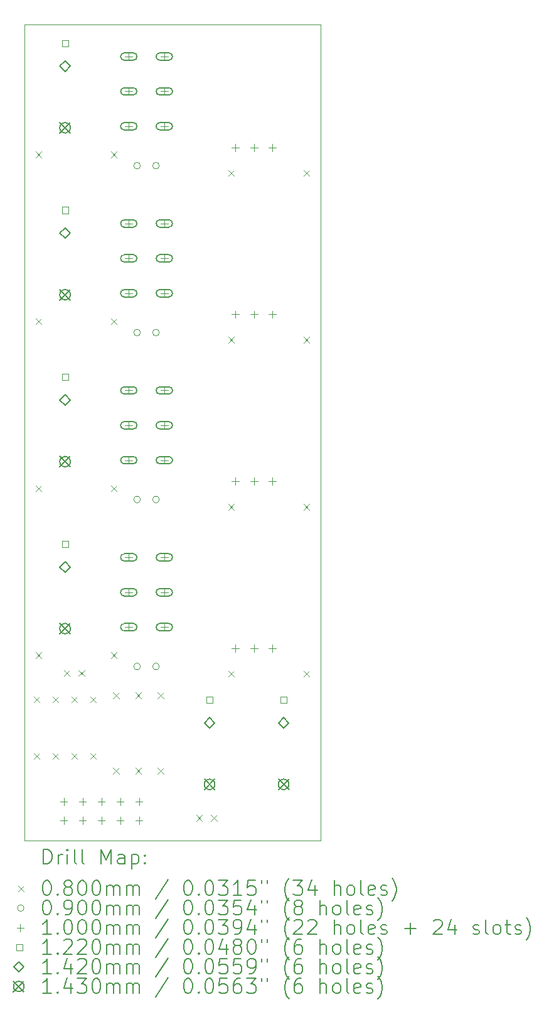
<source format=gbr>
%TF.GenerationSoftware,KiCad,Pcbnew,7.0.7-7.0.7~ubuntu22.04.1*%
%TF.CreationDate,2023-10-13T14:43:32+01:00*%
%TF.ProjectId,Basic-DC-mixer,42617369-632d-4444-932d-6d697865722e,rev?*%
%TF.SameCoordinates,Original*%
%TF.FileFunction,Drillmap*%
%TF.FilePolarity,Positive*%
%FSLAX45Y45*%
G04 Gerber Fmt 4.5, Leading zero omitted, Abs format (unit mm)*
G04 Created by KiCad (PCBNEW 7.0.7-7.0.7~ubuntu22.04.1) date 2023-10-13 14:43:32*
%MOMM*%
%LPD*%
G01*
G04 APERTURE LIST*
%ADD10C,0.050000*%
%ADD11C,0.200000*%
%ADD12C,0.080000*%
%ADD13C,0.090000*%
%ADD14C,0.100000*%
%ADD15C,0.122000*%
%ADD16C,0.142000*%
%ADD17C,0.143000*%
G04 APERTURE END LIST*
D10*
X7000000Y-3100000D02*
X7000000Y-14100000D01*
X3000000Y-3100000D02*
X3000000Y-14100000D01*
X3000000Y-3100000D02*
X7000000Y-3100000D01*
X3000000Y-14100000D02*
X7000000Y-14100000D01*
D11*
D12*
X3130000Y-12158000D02*
X3210000Y-12238000D01*
X3210000Y-12158000D02*
X3130000Y-12238000D01*
X3130000Y-12920000D02*
X3210000Y-13000000D01*
X3210000Y-12920000D02*
X3130000Y-13000000D01*
X3152000Y-4810000D02*
X3232000Y-4890000D01*
X3232000Y-4810000D02*
X3152000Y-4890000D01*
X3152000Y-7060000D02*
X3232000Y-7140000D01*
X3232000Y-7060000D02*
X3152000Y-7140000D01*
X3152000Y-9310000D02*
X3232000Y-9390000D01*
X3232000Y-9310000D02*
X3152000Y-9390000D01*
X3152000Y-11560000D02*
X3232000Y-11640000D01*
X3232000Y-11560000D02*
X3152000Y-11640000D01*
X3384000Y-12158000D02*
X3464000Y-12238000D01*
X3464000Y-12158000D02*
X3384000Y-12238000D01*
X3384000Y-12920000D02*
X3464000Y-13000000D01*
X3464000Y-12920000D02*
X3384000Y-13000000D01*
X3534489Y-11800000D02*
X3614489Y-11880000D01*
X3614489Y-11800000D02*
X3534489Y-11880000D01*
X3638000Y-12158000D02*
X3718000Y-12238000D01*
X3718000Y-12158000D02*
X3638000Y-12238000D01*
X3638000Y-12920000D02*
X3718000Y-13000000D01*
X3718000Y-12920000D02*
X3638000Y-13000000D01*
X3734489Y-11800000D02*
X3814489Y-11880000D01*
X3814489Y-11800000D02*
X3734489Y-11880000D01*
X3892000Y-12158000D02*
X3972000Y-12238000D01*
X3972000Y-12158000D02*
X3892000Y-12238000D01*
X3892000Y-12920000D02*
X3972000Y-13000000D01*
X3972000Y-12920000D02*
X3892000Y-13000000D01*
X4168000Y-4810000D02*
X4248000Y-4890000D01*
X4248000Y-4810000D02*
X4168000Y-4890000D01*
X4168000Y-7060000D02*
X4248000Y-7140000D01*
X4248000Y-7060000D02*
X4168000Y-7140000D01*
X4168000Y-9310000D02*
X4248000Y-9390000D01*
X4248000Y-9310000D02*
X4168000Y-9390000D01*
X4168000Y-11560000D02*
X4248000Y-11640000D01*
X4248000Y-11560000D02*
X4168000Y-11640000D01*
X4200000Y-12102000D02*
X4280000Y-12182000D01*
X4280000Y-12102000D02*
X4200000Y-12182000D01*
X4200000Y-13118000D02*
X4280000Y-13198000D01*
X4280000Y-13118000D02*
X4200000Y-13198000D01*
X4500000Y-12102000D02*
X4580000Y-12182000D01*
X4580000Y-12102000D02*
X4500000Y-12182000D01*
X4500000Y-13118000D02*
X4580000Y-13198000D01*
X4580000Y-13118000D02*
X4500000Y-13198000D01*
X4800000Y-12102000D02*
X4880000Y-12182000D01*
X4880000Y-12102000D02*
X4800000Y-12182000D01*
X4800000Y-13118000D02*
X4880000Y-13198000D01*
X4880000Y-13118000D02*
X4800000Y-13198000D01*
X5320000Y-13750000D02*
X5400000Y-13830000D01*
X5400000Y-13750000D02*
X5320000Y-13830000D01*
X5520000Y-13750000D02*
X5600000Y-13830000D01*
X5600000Y-13750000D02*
X5520000Y-13830000D01*
X5752000Y-5060000D02*
X5832000Y-5140000D01*
X5832000Y-5060000D02*
X5752000Y-5140000D01*
X5752000Y-7310000D02*
X5832000Y-7390000D01*
X5832000Y-7310000D02*
X5752000Y-7390000D01*
X5752000Y-9560000D02*
X5832000Y-9640000D01*
X5832000Y-9560000D02*
X5752000Y-9640000D01*
X5752000Y-11810000D02*
X5832000Y-11890000D01*
X5832000Y-11810000D02*
X5752000Y-11890000D01*
X6768000Y-5060000D02*
X6848000Y-5140000D01*
X6848000Y-5060000D02*
X6768000Y-5140000D01*
X6768000Y-7310000D02*
X6848000Y-7390000D01*
X6848000Y-7310000D02*
X6768000Y-7390000D01*
X6768000Y-9560000D02*
X6848000Y-9640000D01*
X6848000Y-9560000D02*
X6768000Y-9640000D01*
X6768000Y-11810000D02*
X6848000Y-11890000D01*
X6848000Y-11810000D02*
X6768000Y-11890000D01*
D13*
X4567500Y-5000000D02*
G75*
G03*
X4567500Y-5000000I-45000J0D01*
G01*
X4567500Y-7250000D02*
G75*
G03*
X4567500Y-7250000I-45000J0D01*
G01*
X4567500Y-9500000D02*
G75*
G03*
X4567500Y-9500000I-45000J0D01*
G01*
X4567500Y-11750000D02*
G75*
G03*
X4567500Y-11750000I-45000J0D01*
G01*
X4821500Y-5000000D02*
G75*
G03*
X4821500Y-5000000I-45000J0D01*
G01*
X4821500Y-7250000D02*
G75*
G03*
X4821500Y-7250000I-45000J0D01*
G01*
X4821500Y-9500000D02*
G75*
G03*
X4821500Y-9500000I-45000J0D01*
G01*
X4821500Y-11750000D02*
G75*
G03*
X4821500Y-11750000I-45000J0D01*
G01*
D14*
X3532000Y-13520000D02*
X3532000Y-13620000D01*
X3482000Y-13570000D02*
X3582000Y-13570000D01*
X3532000Y-13774000D02*
X3532000Y-13874000D01*
X3482000Y-13824000D02*
X3582000Y-13824000D01*
X3786000Y-13520000D02*
X3786000Y-13620000D01*
X3736000Y-13570000D02*
X3836000Y-13570000D01*
X3786000Y-13774000D02*
X3786000Y-13874000D01*
X3736000Y-13824000D02*
X3836000Y-13824000D01*
X4040000Y-13520000D02*
X4040000Y-13620000D01*
X3990000Y-13570000D02*
X4090000Y-13570000D01*
X4040000Y-13774000D02*
X4040000Y-13874000D01*
X3990000Y-13824000D02*
X4090000Y-13824000D01*
X4294000Y-13520000D02*
X4294000Y-13620000D01*
X4244000Y-13570000D02*
X4344000Y-13570000D01*
X4294000Y-13774000D02*
X4294000Y-13874000D01*
X4244000Y-13824000D02*
X4344000Y-13824000D01*
X4410000Y-3480000D02*
X4410000Y-3580000D01*
X4360000Y-3530000D02*
X4460000Y-3530000D01*
D11*
X4470000Y-3480000D02*
X4350000Y-3480000D01*
X4350000Y-3480000D02*
G75*
G03*
X4350000Y-3580000I0J-50000D01*
G01*
X4350000Y-3580000D02*
X4470000Y-3580000D01*
X4470000Y-3580000D02*
G75*
G03*
X4470000Y-3480000I0J50000D01*
G01*
D14*
X4410000Y-3950000D02*
X4410000Y-4050000D01*
X4360000Y-4000000D02*
X4460000Y-4000000D01*
D11*
X4470000Y-3950000D02*
X4350000Y-3950000D01*
X4350000Y-3950000D02*
G75*
G03*
X4350000Y-4050000I0J-50000D01*
G01*
X4350000Y-4050000D02*
X4470000Y-4050000D01*
X4470000Y-4050000D02*
G75*
G03*
X4470000Y-3950000I0J50000D01*
G01*
D14*
X4410000Y-4420000D02*
X4410000Y-4520000D01*
X4360000Y-4470000D02*
X4460000Y-4470000D01*
D11*
X4470000Y-4420000D02*
X4350000Y-4420000D01*
X4350000Y-4420000D02*
G75*
G03*
X4350000Y-4520000I0J-50000D01*
G01*
X4350000Y-4520000D02*
X4470000Y-4520000D01*
X4470000Y-4520000D02*
G75*
G03*
X4470000Y-4420000I0J50000D01*
G01*
D14*
X4410000Y-5730000D02*
X4410000Y-5830000D01*
X4360000Y-5780000D02*
X4460000Y-5780000D01*
D11*
X4470000Y-5730000D02*
X4350000Y-5730000D01*
X4350000Y-5730000D02*
G75*
G03*
X4350000Y-5830000I0J-50000D01*
G01*
X4350000Y-5830000D02*
X4470000Y-5830000D01*
X4470000Y-5830000D02*
G75*
G03*
X4470000Y-5730000I0J50000D01*
G01*
D14*
X4410000Y-6200000D02*
X4410000Y-6300000D01*
X4360000Y-6250000D02*
X4460000Y-6250000D01*
D11*
X4470000Y-6200000D02*
X4350000Y-6200000D01*
X4350000Y-6200000D02*
G75*
G03*
X4350000Y-6300000I0J-50000D01*
G01*
X4350000Y-6300000D02*
X4470000Y-6300000D01*
X4470000Y-6300000D02*
G75*
G03*
X4470000Y-6200000I0J50000D01*
G01*
D14*
X4410000Y-6670000D02*
X4410000Y-6770000D01*
X4360000Y-6720000D02*
X4460000Y-6720000D01*
D11*
X4470000Y-6670000D02*
X4350000Y-6670000D01*
X4350000Y-6670000D02*
G75*
G03*
X4350000Y-6770000I0J-50000D01*
G01*
X4350000Y-6770000D02*
X4470000Y-6770000D01*
X4470000Y-6770000D02*
G75*
G03*
X4470000Y-6670000I0J50000D01*
G01*
D14*
X4410000Y-7980000D02*
X4410000Y-8080000D01*
X4360000Y-8030000D02*
X4460000Y-8030000D01*
D11*
X4470000Y-7980000D02*
X4350000Y-7980000D01*
X4350000Y-7980000D02*
G75*
G03*
X4350000Y-8080000I0J-50000D01*
G01*
X4350000Y-8080000D02*
X4470000Y-8080000D01*
X4470000Y-8080000D02*
G75*
G03*
X4470000Y-7980000I0J50000D01*
G01*
D14*
X4410000Y-8450000D02*
X4410000Y-8550000D01*
X4360000Y-8500000D02*
X4460000Y-8500000D01*
D11*
X4470000Y-8450000D02*
X4350000Y-8450000D01*
X4350000Y-8450000D02*
G75*
G03*
X4350000Y-8550000I0J-50000D01*
G01*
X4350000Y-8550000D02*
X4470000Y-8550000D01*
X4470000Y-8550000D02*
G75*
G03*
X4470000Y-8450000I0J50000D01*
G01*
D14*
X4410000Y-8920000D02*
X4410000Y-9020000D01*
X4360000Y-8970000D02*
X4460000Y-8970000D01*
D11*
X4470000Y-8920000D02*
X4350000Y-8920000D01*
X4350000Y-8920000D02*
G75*
G03*
X4350000Y-9020000I0J-50000D01*
G01*
X4350000Y-9020000D02*
X4470000Y-9020000D01*
X4470000Y-9020000D02*
G75*
G03*
X4470000Y-8920000I0J50000D01*
G01*
D14*
X4410000Y-10230000D02*
X4410000Y-10330000D01*
X4360000Y-10280000D02*
X4460000Y-10280000D01*
D11*
X4470000Y-10230000D02*
X4350000Y-10230000D01*
X4350000Y-10230000D02*
G75*
G03*
X4350000Y-10330000I0J-50000D01*
G01*
X4350000Y-10330000D02*
X4470000Y-10330000D01*
X4470000Y-10330000D02*
G75*
G03*
X4470000Y-10230000I0J50000D01*
G01*
D14*
X4410000Y-10700000D02*
X4410000Y-10800000D01*
X4360000Y-10750000D02*
X4460000Y-10750000D01*
D11*
X4470000Y-10700000D02*
X4350000Y-10700000D01*
X4350000Y-10700000D02*
G75*
G03*
X4350000Y-10800000I0J-50000D01*
G01*
X4350000Y-10800000D02*
X4470000Y-10800000D01*
X4470000Y-10800000D02*
G75*
G03*
X4470000Y-10700000I0J50000D01*
G01*
D14*
X4410000Y-11170000D02*
X4410000Y-11270000D01*
X4360000Y-11220000D02*
X4460000Y-11220000D01*
D11*
X4470000Y-11170000D02*
X4350000Y-11170000D01*
X4350000Y-11170000D02*
G75*
G03*
X4350000Y-11270000I0J-50000D01*
G01*
X4350000Y-11270000D02*
X4470000Y-11270000D01*
X4470000Y-11270000D02*
G75*
G03*
X4470000Y-11170000I0J50000D01*
G01*
D14*
X4548000Y-13520000D02*
X4548000Y-13620000D01*
X4498000Y-13570000D02*
X4598000Y-13570000D01*
X4548000Y-13774000D02*
X4548000Y-13874000D01*
X4498000Y-13824000D02*
X4598000Y-13824000D01*
X4890000Y-3480000D02*
X4890000Y-3580000D01*
X4840000Y-3530000D02*
X4940000Y-3530000D01*
D11*
X4950000Y-3480000D02*
X4830000Y-3480000D01*
X4830000Y-3480000D02*
G75*
G03*
X4830000Y-3580000I0J-50000D01*
G01*
X4830000Y-3580000D02*
X4950000Y-3580000D01*
X4950000Y-3580000D02*
G75*
G03*
X4950000Y-3480000I0J50000D01*
G01*
D14*
X4890000Y-3950000D02*
X4890000Y-4050000D01*
X4840000Y-4000000D02*
X4940000Y-4000000D01*
D11*
X4950000Y-3950000D02*
X4830000Y-3950000D01*
X4830000Y-3950000D02*
G75*
G03*
X4830000Y-4050000I0J-50000D01*
G01*
X4830000Y-4050000D02*
X4950000Y-4050000D01*
X4950000Y-4050000D02*
G75*
G03*
X4950000Y-3950000I0J50000D01*
G01*
D14*
X4890000Y-4420000D02*
X4890000Y-4520000D01*
X4840000Y-4470000D02*
X4940000Y-4470000D01*
D11*
X4950000Y-4420000D02*
X4830000Y-4420000D01*
X4830000Y-4420000D02*
G75*
G03*
X4830000Y-4520000I0J-50000D01*
G01*
X4830000Y-4520000D02*
X4950000Y-4520000D01*
X4950000Y-4520000D02*
G75*
G03*
X4950000Y-4420000I0J50000D01*
G01*
D14*
X4890000Y-5730000D02*
X4890000Y-5830000D01*
X4840000Y-5780000D02*
X4940000Y-5780000D01*
D11*
X4950000Y-5730000D02*
X4830000Y-5730000D01*
X4830000Y-5730000D02*
G75*
G03*
X4830000Y-5830000I0J-50000D01*
G01*
X4830000Y-5830000D02*
X4950000Y-5830000D01*
X4950000Y-5830000D02*
G75*
G03*
X4950000Y-5730000I0J50000D01*
G01*
D14*
X4890000Y-6200000D02*
X4890000Y-6300000D01*
X4840000Y-6250000D02*
X4940000Y-6250000D01*
D11*
X4950000Y-6200000D02*
X4830000Y-6200000D01*
X4830000Y-6200000D02*
G75*
G03*
X4830000Y-6300000I0J-50000D01*
G01*
X4830000Y-6300000D02*
X4950000Y-6300000D01*
X4950000Y-6300000D02*
G75*
G03*
X4950000Y-6200000I0J50000D01*
G01*
D14*
X4890000Y-6670000D02*
X4890000Y-6770000D01*
X4840000Y-6720000D02*
X4940000Y-6720000D01*
D11*
X4950000Y-6670000D02*
X4830000Y-6670000D01*
X4830000Y-6670000D02*
G75*
G03*
X4830000Y-6770000I0J-50000D01*
G01*
X4830000Y-6770000D02*
X4950000Y-6770000D01*
X4950000Y-6770000D02*
G75*
G03*
X4950000Y-6670000I0J50000D01*
G01*
D14*
X4890000Y-7980000D02*
X4890000Y-8080000D01*
X4840000Y-8030000D02*
X4940000Y-8030000D01*
D11*
X4950000Y-7980000D02*
X4830000Y-7980000D01*
X4830000Y-7980000D02*
G75*
G03*
X4830000Y-8080000I0J-50000D01*
G01*
X4830000Y-8080000D02*
X4950000Y-8080000D01*
X4950000Y-8080000D02*
G75*
G03*
X4950000Y-7980000I0J50000D01*
G01*
D14*
X4890000Y-8450000D02*
X4890000Y-8550000D01*
X4840000Y-8500000D02*
X4940000Y-8500000D01*
D11*
X4950000Y-8450000D02*
X4830000Y-8450000D01*
X4830000Y-8450000D02*
G75*
G03*
X4830000Y-8550000I0J-50000D01*
G01*
X4830000Y-8550000D02*
X4950000Y-8550000D01*
X4950000Y-8550000D02*
G75*
G03*
X4950000Y-8450000I0J50000D01*
G01*
D14*
X4890000Y-8920000D02*
X4890000Y-9020000D01*
X4840000Y-8970000D02*
X4940000Y-8970000D01*
D11*
X4950000Y-8920000D02*
X4830000Y-8920000D01*
X4830000Y-8920000D02*
G75*
G03*
X4830000Y-9020000I0J-50000D01*
G01*
X4830000Y-9020000D02*
X4950000Y-9020000D01*
X4950000Y-9020000D02*
G75*
G03*
X4950000Y-8920000I0J50000D01*
G01*
D14*
X4890000Y-10230000D02*
X4890000Y-10330000D01*
X4840000Y-10280000D02*
X4940000Y-10280000D01*
D11*
X4950000Y-10230000D02*
X4830000Y-10230000D01*
X4830000Y-10230000D02*
G75*
G03*
X4830000Y-10330000I0J-50000D01*
G01*
X4830000Y-10330000D02*
X4950000Y-10330000D01*
X4950000Y-10330000D02*
G75*
G03*
X4950000Y-10230000I0J50000D01*
G01*
D14*
X4890000Y-10700000D02*
X4890000Y-10800000D01*
X4840000Y-10750000D02*
X4940000Y-10750000D01*
D11*
X4950000Y-10700000D02*
X4830000Y-10700000D01*
X4830000Y-10700000D02*
G75*
G03*
X4830000Y-10800000I0J-50000D01*
G01*
X4830000Y-10800000D02*
X4950000Y-10800000D01*
X4950000Y-10800000D02*
G75*
G03*
X4950000Y-10700000I0J50000D01*
G01*
D14*
X4890000Y-11170000D02*
X4890000Y-11270000D01*
X4840000Y-11220000D02*
X4940000Y-11220000D01*
D11*
X4950000Y-11170000D02*
X4830000Y-11170000D01*
X4830000Y-11170000D02*
G75*
G03*
X4830000Y-11270000I0J-50000D01*
G01*
X4830000Y-11270000D02*
X4950000Y-11270000D01*
X4950000Y-11270000D02*
G75*
G03*
X4950000Y-11170000I0J50000D01*
G01*
D14*
X5850000Y-4705000D02*
X5850000Y-4805000D01*
X5800000Y-4755000D02*
X5900000Y-4755000D01*
X5850000Y-6955000D02*
X5850000Y-7055000D01*
X5800000Y-7005000D02*
X5900000Y-7005000D01*
X5850000Y-9205000D02*
X5850000Y-9305000D01*
X5800000Y-9255000D02*
X5900000Y-9255000D01*
X5850000Y-11455000D02*
X5850000Y-11555000D01*
X5800000Y-11505000D02*
X5900000Y-11505000D01*
X6100000Y-4705000D02*
X6100000Y-4805000D01*
X6050000Y-4755000D02*
X6150000Y-4755000D01*
X6100000Y-6955000D02*
X6100000Y-7055000D01*
X6050000Y-7005000D02*
X6150000Y-7005000D01*
X6100000Y-9205000D02*
X6100000Y-9305000D01*
X6050000Y-9255000D02*
X6150000Y-9255000D01*
X6100000Y-11455000D02*
X6100000Y-11555000D01*
X6050000Y-11505000D02*
X6150000Y-11505000D01*
X6350000Y-4705000D02*
X6350000Y-4805000D01*
X6300000Y-4755000D02*
X6400000Y-4755000D01*
X6350000Y-6955000D02*
X6350000Y-7055000D01*
X6300000Y-7005000D02*
X6400000Y-7005000D01*
X6350000Y-9205000D02*
X6350000Y-9305000D01*
X6300000Y-9255000D02*
X6400000Y-9255000D01*
X6350000Y-11455000D02*
X6350000Y-11555000D01*
X6300000Y-11505000D02*
X6400000Y-11505000D01*
D15*
X3593134Y-3393134D02*
X3593134Y-3306866D01*
X3506866Y-3306866D01*
X3506866Y-3393134D01*
X3593134Y-3393134D01*
X3593134Y-5643134D02*
X3593134Y-5556866D01*
X3506866Y-5556866D01*
X3506866Y-5643134D01*
X3593134Y-5643134D01*
X3593134Y-7893134D02*
X3593134Y-7806866D01*
X3506866Y-7806866D01*
X3506866Y-7893134D01*
X3593134Y-7893134D01*
X3593134Y-10143134D02*
X3593134Y-10056866D01*
X3506866Y-10056866D01*
X3506866Y-10143134D01*
X3593134Y-10143134D01*
X5543134Y-12243134D02*
X5543134Y-12156866D01*
X5456866Y-12156866D01*
X5456866Y-12243134D01*
X5543134Y-12243134D01*
X6543134Y-12243134D02*
X6543134Y-12156866D01*
X6456866Y-12156866D01*
X6456866Y-12243134D01*
X6543134Y-12243134D01*
D16*
X3550000Y-3731000D02*
X3621000Y-3660000D01*
X3550000Y-3589000D01*
X3479000Y-3660000D01*
X3550000Y-3731000D01*
X3550000Y-5981000D02*
X3621000Y-5910000D01*
X3550000Y-5839000D01*
X3479000Y-5910000D01*
X3550000Y-5981000D01*
X3550000Y-8231000D02*
X3621000Y-8160000D01*
X3550000Y-8089000D01*
X3479000Y-8160000D01*
X3550000Y-8231000D01*
X3550000Y-10481000D02*
X3621000Y-10410000D01*
X3550000Y-10339000D01*
X3479000Y-10410000D01*
X3550000Y-10481000D01*
X5500000Y-12581000D02*
X5571000Y-12510000D01*
X5500000Y-12439000D01*
X5429000Y-12510000D01*
X5500000Y-12581000D01*
X6500000Y-12581000D02*
X6571000Y-12510000D01*
X6500000Y-12439000D01*
X6429000Y-12510000D01*
X6500000Y-12581000D01*
D17*
X3478500Y-4418500D02*
X3621500Y-4561500D01*
X3621500Y-4418500D02*
X3478500Y-4561500D01*
X3621500Y-4490000D02*
G75*
G03*
X3621500Y-4490000I-71500J0D01*
G01*
X3478500Y-6668500D02*
X3621500Y-6811500D01*
X3621500Y-6668500D02*
X3478500Y-6811500D01*
X3621500Y-6740000D02*
G75*
G03*
X3621500Y-6740000I-71500J0D01*
G01*
X3478500Y-8918500D02*
X3621500Y-9061500D01*
X3621500Y-8918500D02*
X3478500Y-9061500D01*
X3621500Y-8990000D02*
G75*
G03*
X3621500Y-8990000I-71500J0D01*
G01*
X3478500Y-11168500D02*
X3621500Y-11311500D01*
X3621500Y-11168500D02*
X3478500Y-11311500D01*
X3621500Y-11240000D02*
G75*
G03*
X3621500Y-11240000I-71500J0D01*
G01*
X5428500Y-13268500D02*
X5571500Y-13411500D01*
X5571500Y-13268500D02*
X5428500Y-13411500D01*
X5571500Y-13340000D02*
G75*
G03*
X5571500Y-13340000I-71500J0D01*
G01*
X6428500Y-13268500D02*
X6571500Y-13411500D01*
X6571500Y-13268500D02*
X6428500Y-13411500D01*
X6571500Y-13340000D02*
G75*
G03*
X6571500Y-13340000I-71500J0D01*
G01*
D11*
X3258277Y-14413984D02*
X3258277Y-14213984D01*
X3258277Y-14213984D02*
X3305896Y-14213984D01*
X3305896Y-14213984D02*
X3334467Y-14223508D01*
X3334467Y-14223508D02*
X3353515Y-14242555D01*
X3353515Y-14242555D02*
X3363039Y-14261603D01*
X3363039Y-14261603D02*
X3372562Y-14299698D01*
X3372562Y-14299698D02*
X3372562Y-14328269D01*
X3372562Y-14328269D02*
X3363039Y-14366365D01*
X3363039Y-14366365D02*
X3353515Y-14385412D01*
X3353515Y-14385412D02*
X3334467Y-14404460D01*
X3334467Y-14404460D02*
X3305896Y-14413984D01*
X3305896Y-14413984D02*
X3258277Y-14413984D01*
X3458277Y-14413984D02*
X3458277Y-14280650D01*
X3458277Y-14318746D02*
X3467801Y-14299698D01*
X3467801Y-14299698D02*
X3477324Y-14290174D01*
X3477324Y-14290174D02*
X3496372Y-14280650D01*
X3496372Y-14280650D02*
X3515420Y-14280650D01*
X3582086Y-14413984D02*
X3582086Y-14280650D01*
X3582086Y-14213984D02*
X3572562Y-14223508D01*
X3572562Y-14223508D02*
X3582086Y-14233031D01*
X3582086Y-14233031D02*
X3591610Y-14223508D01*
X3591610Y-14223508D02*
X3582086Y-14213984D01*
X3582086Y-14213984D02*
X3582086Y-14233031D01*
X3705896Y-14413984D02*
X3686848Y-14404460D01*
X3686848Y-14404460D02*
X3677324Y-14385412D01*
X3677324Y-14385412D02*
X3677324Y-14213984D01*
X3810658Y-14413984D02*
X3791610Y-14404460D01*
X3791610Y-14404460D02*
X3782086Y-14385412D01*
X3782086Y-14385412D02*
X3782086Y-14213984D01*
X4039229Y-14413984D02*
X4039229Y-14213984D01*
X4039229Y-14213984D02*
X4105896Y-14356841D01*
X4105896Y-14356841D02*
X4172562Y-14213984D01*
X4172562Y-14213984D02*
X4172562Y-14413984D01*
X4353515Y-14413984D02*
X4353515Y-14309222D01*
X4353515Y-14309222D02*
X4343991Y-14290174D01*
X4343991Y-14290174D02*
X4324944Y-14280650D01*
X4324944Y-14280650D02*
X4286848Y-14280650D01*
X4286848Y-14280650D02*
X4267801Y-14290174D01*
X4353515Y-14404460D02*
X4334467Y-14413984D01*
X4334467Y-14413984D02*
X4286848Y-14413984D01*
X4286848Y-14413984D02*
X4267801Y-14404460D01*
X4267801Y-14404460D02*
X4258277Y-14385412D01*
X4258277Y-14385412D02*
X4258277Y-14366365D01*
X4258277Y-14366365D02*
X4267801Y-14347317D01*
X4267801Y-14347317D02*
X4286848Y-14337793D01*
X4286848Y-14337793D02*
X4334467Y-14337793D01*
X4334467Y-14337793D02*
X4353515Y-14328269D01*
X4448753Y-14280650D02*
X4448753Y-14480650D01*
X4448753Y-14290174D02*
X4467801Y-14280650D01*
X4467801Y-14280650D02*
X4505896Y-14280650D01*
X4505896Y-14280650D02*
X4524944Y-14290174D01*
X4524944Y-14290174D02*
X4534467Y-14299698D01*
X4534467Y-14299698D02*
X4543991Y-14318746D01*
X4543991Y-14318746D02*
X4543991Y-14375888D01*
X4543991Y-14375888D02*
X4534467Y-14394936D01*
X4534467Y-14394936D02*
X4524944Y-14404460D01*
X4524944Y-14404460D02*
X4505896Y-14413984D01*
X4505896Y-14413984D02*
X4467801Y-14413984D01*
X4467801Y-14413984D02*
X4448753Y-14404460D01*
X4629705Y-14394936D02*
X4639229Y-14404460D01*
X4639229Y-14404460D02*
X4629705Y-14413984D01*
X4629705Y-14413984D02*
X4620182Y-14404460D01*
X4620182Y-14404460D02*
X4629705Y-14394936D01*
X4629705Y-14394936D02*
X4629705Y-14413984D01*
X4629705Y-14290174D02*
X4639229Y-14299698D01*
X4639229Y-14299698D02*
X4629705Y-14309222D01*
X4629705Y-14309222D02*
X4620182Y-14299698D01*
X4620182Y-14299698D02*
X4629705Y-14290174D01*
X4629705Y-14290174D02*
X4629705Y-14309222D01*
D12*
X2917500Y-14702500D02*
X2997500Y-14782500D01*
X2997500Y-14702500D02*
X2917500Y-14782500D01*
D11*
X3296372Y-14633984D02*
X3315420Y-14633984D01*
X3315420Y-14633984D02*
X3334467Y-14643508D01*
X3334467Y-14643508D02*
X3343991Y-14653031D01*
X3343991Y-14653031D02*
X3353515Y-14672079D01*
X3353515Y-14672079D02*
X3363039Y-14710174D01*
X3363039Y-14710174D02*
X3363039Y-14757793D01*
X3363039Y-14757793D02*
X3353515Y-14795888D01*
X3353515Y-14795888D02*
X3343991Y-14814936D01*
X3343991Y-14814936D02*
X3334467Y-14824460D01*
X3334467Y-14824460D02*
X3315420Y-14833984D01*
X3315420Y-14833984D02*
X3296372Y-14833984D01*
X3296372Y-14833984D02*
X3277324Y-14824460D01*
X3277324Y-14824460D02*
X3267801Y-14814936D01*
X3267801Y-14814936D02*
X3258277Y-14795888D01*
X3258277Y-14795888D02*
X3248753Y-14757793D01*
X3248753Y-14757793D02*
X3248753Y-14710174D01*
X3248753Y-14710174D02*
X3258277Y-14672079D01*
X3258277Y-14672079D02*
X3267801Y-14653031D01*
X3267801Y-14653031D02*
X3277324Y-14643508D01*
X3277324Y-14643508D02*
X3296372Y-14633984D01*
X3448753Y-14814936D02*
X3458277Y-14824460D01*
X3458277Y-14824460D02*
X3448753Y-14833984D01*
X3448753Y-14833984D02*
X3439229Y-14824460D01*
X3439229Y-14824460D02*
X3448753Y-14814936D01*
X3448753Y-14814936D02*
X3448753Y-14833984D01*
X3572562Y-14719698D02*
X3553515Y-14710174D01*
X3553515Y-14710174D02*
X3543991Y-14700650D01*
X3543991Y-14700650D02*
X3534467Y-14681603D01*
X3534467Y-14681603D02*
X3534467Y-14672079D01*
X3534467Y-14672079D02*
X3543991Y-14653031D01*
X3543991Y-14653031D02*
X3553515Y-14643508D01*
X3553515Y-14643508D02*
X3572562Y-14633984D01*
X3572562Y-14633984D02*
X3610658Y-14633984D01*
X3610658Y-14633984D02*
X3629705Y-14643508D01*
X3629705Y-14643508D02*
X3639229Y-14653031D01*
X3639229Y-14653031D02*
X3648753Y-14672079D01*
X3648753Y-14672079D02*
X3648753Y-14681603D01*
X3648753Y-14681603D02*
X3639229Y-14700650D01*
X3639229Y-14700650D02*
X3629705Y-14710174D01*
X3629705Y-14710174D02*
X3610658Y-14719698D01*
X3610658Y-14719698D02*
X3572562Y-14719698D01*
X3572562Y-14719698D02*
X3553515Y-14729222D01*
X3553515Y-14729222D02*
X3543991Y-14738746D01*
X3543991Y-14738746D02*
X3534467Y-14757793D01*
X3534467Y-14757793D02*
X3534467Y-14795888D01*
X3534467Y-14795888D02*
X3543991Y-14814936D01*
X3543991Y-14814936D02*
X3553515Y-14824460D01*
X3553515Y-14824460D02*
X3572562Y-14833984D01*
X3572562Y-14833984D02*
X3610658Y-14833984D01*
X3610658Y-14833984D02*
X3629705Y-14824460D01*
X3629705Y-14824460D02*
X3639229Y-14814936D01*
X3639229Y-14814936D02*
X3648753Y-14795888D01*
X3648753Y-14795888D02*
X3648753Y-14757793D01*
X3648753Y-14757793D02*
X3639229Y-14738746D01*
X3639229Y-14738746D02*
X3629705Y-14729222D01*
X3629705Y-14729222D02*
X3610658Y-14719698D01*
X3772562Y-14633984D02*
X3791610Y-14633984D01*
X3791610Y-14633984D02*
X3810658Y-14643508D01*
X3810658Y-14643508D02*
X3820182Y-14653031D01*
X3820182Y-14653031D02*
X3829705Y-14672079D01*
X3829705Y-14672079D02*
X3839229Y-14710174D01*
X3839229Y-14710174D02*
X3839229Y-14757793D01*
X3839229Y-14757793D02*
X3829705Y-14795888D01*
X3829705Y-14795888D02*
X3820182Y-14814936D01*
X3820182Y-14814936D02*
X3810658Y-14824460D01*
X3810658Y-14824460D02*
X3791610Y-14833984D01*
X3791610Y-14833984D02*
X3772562Y-14833984D01*
X3772562Y-14833984D02*
X3753515Y-14824460D01*
X3753515Y-14824460D02*
X3743991Y-14814936D01*
X3743991Y-14814936D02*
X3734467Y-14795888D01*
X3734467Y-14795888D02*
X3724943Y-14757793D01*
X3724943Y-14757793D02*
X3724943Y-14710174D01*
X3724943Y-14710174D02*
X3734467Y-14672079D01*
X3734467Y-14672079D02*
X3743991Y-14653031D01*
X3743991Y-14653031D02*
X3753515Y-14643508D01*
X3753515Y-14643508D02*
X3772562Y-14633984D01*
X3963039Y-14633984D02*
X3982086Y-14633984D01*
X3982086Y-14633984D02*
X4001134Y-14643508D01*
X4001134Y-14643508D02*
X4010658Y-14653031D01*
X4010658Y-14653031D02*
X4020182Y-14672079D01*
X4020182Y-14672079D02*
X4029705Y-14710174D01*
X4029705Y-14710174D02*
X4029705Y-14757793D01*
X4029705Y-14757793D02*
X4020182Y-14795888D01*
X4020182Y-14795888D02*
X4010658Y-14814936D01*
X4010658Y-14814936D02*
X4001134Y-14824460D01*
X4001134Y-14824460D02*
X3982086Y-14833984D01*
X3982086Y-14833984D02*
X3963039Y-14833984D01*
X3963039Y-14833984D02*
X3943991Y-14824460D01*
X3943991Y-14824460D02*
X3934467Y-14814936D01*
X3934467Y-14814936D02*
X3924943Y-14795888D01*
X3924943Y-14795888D02*
X3915420Y-14757793D01*
X3915420Y-14757793D02*
X3915420Y-14710174D01*
X3915420Y-14710174D02*
X3924943Y-14672079D01*
X3924943Y-14672079D02*
X3934467Y-14653031D01*
X3934467Y-14653031D02*
X3943991Y-14643508D01*
X3943991Y-14643508D02*
X3963039Y-14633984D01*
X4115420Y-14833984D02*
X4115420Y-14700650D01*
X4115420Y-14719698D02*
X4124943Y-14710174D01*
X4124943Y-14710174D02*
X4143991Y-14700650D01*
X4143991Y-14700650D02*
X4172563Y-14700650D01*
X4172563Y-14700650D02*
X4191610Y-14710174D01*
X4191610Y-14710174D02*
X4201134Y-14729222D01*
X4201134Y-14729222D02*
X4201134Y-14833984D01*
X4201134Y-14729222D02*
X4210658Y-14710174D01*
X4210658Y-14710174D02*
X4229705Y-14700650D01*
X4229705Y-14700650D02*
X4258277Y-14700650D01*
X4258277Y-14700650D02*
X4277325Y-14710174D01*
X4277325Y-14710174D02*
X4286848Y-14729222D01*
X4286848Y-14729222D02*
X4286848Y-14833984D01*
X4382086Y-14833984D02*
X4382086Y-14700650D01*
X4382086Y-14719698D02*
X4391610Y-14710174D01*
X4391610Y-14710174D02*
X4410658Y-14700650D01*
X4410658Y-14700650D02*
X4439229Y-14700650D01*
X4439229Y-14700650D02*
X4458277Y-14710174D01*
X4458277Y-14710174D02*
X4467801Y-14729222D01*
X4467801Y-14729222D02*
X4467801Y-14833984D01*
X4467801Y-14729222D02*
X4477325Y-14710174D01*
X4477325Y-14710174D02*
X4496372Y-14700650D01*
X4496372Y-14700650D02*
X4524944Y-14700650D01*
X4524944Y-14700650D02*
X4543991Y-14710174D01*
X4543991Y-14710174D02*
X4553515Y-14729222D01*
X4553515Y-14729222D02*
X4553515Y-14833984D01*
X4943991Y-14624460D02*
X4772563Y-14881603D01*
X5201134Y-14633984D02*
X5220182Y-14633984D01*
X5220182Y-14633984D02*
X5239229Y-14643508D01*
X5239229Y-14643508D02*
X5248753Y-14653031D01*
X5248753Y-14653031D02*
X5258277Y-14672079D01*
X5258277Y-14672079D02*
X5267801Y-14710174D01*
X5267801Y-14710174D02*
X5267801Y-14757793D01*
X5267801Y-14757793D02*
X5258277Y-14795888D01*
X5258277Y-14795888D02*
X5248753Y-14814936D01*
X5248753Y-14814936D02*
X5239229Y-14824460D01*
X5239229Y-14824460D02*
X5220182Y-14833984D01*
X5220182Y-14833984D02*
X5201134Y-14833984D01*
X5201134Y-14833984D02*
X5182087Y-14824460D01*
X5182087Y-14824460D02*
X5172563Y-14814936D01*
X5172563Y-14814936D02*
X5163039Y-14795888D01*
X5163039Y-14795888D02*
X5153515Y-14757793D01*
X5153515Y-14757793D02*
X5153515Y-14710174D01*
X5153515Y-14710174D02*
X5163039Y-14672079D01*
X5163039Y-14672079D02*
X5172563Y-14653031D01*
X5172563Y-14653031D02*
X5182087Y-14643508D01*
X5182087Y-14643508D02*
X5201134Y-14633984D01*
X5353515Y-14814936D02*
X5363039Y-14824460D01*
X5363039Y-14824460D02*
X5353515Y-14833984D01*
X5353515Y-14833984D02*
X5343991Y-14824460D01*
X5343991Y-14824460D02*
X5353515Y-14814936D01*
X5353515Y-14814936D02*
X5353515Y-14833984D01*
X5486848Y-14633984D02*
X5505896Y-14633984D01*
X5505896Y-14633984D02*
X5524944Y-14643508D01*
X5524944Y-14643508D02*
X5534468Y-14653031D01*
X5534468Y-14653031D02*
X5543991Y-14672079D01*
X5543991Y-14672079D02*
X5553515Y-14710174D01*
X5553515Y-14710174D02*
X5553515Y-14757793D01*
X5553515Y-14757793D02*
X5543991Y-14795888D01*
X5543991Y-14795888D02*
X5534468Y-14814936D01*
X5534468Y-14814936D02*
X5524944Y-14824460D01*
X5524944Y-14824460D02*
X5505896Y-14833984D01*
X5505896Y-14833984D02*
X5486848Y-14833984D01*
X5486848Y-14833984D02*
X5467801Y-14824460D01*
X5467801Y-14824460D02*
X5458277Y-14814936D01*
X5458277Y-14814936D02*
X5448753Y-14795888D01*
X5448753Y-14795888D02*
X5439229Y-14757793D01*
X5439229Y-14757793D02*
X5439229Y-14710174D01*
X5439229Y-14710174D02*
X5448753Y-14672079D01*
X5448753Y-14672079D02*
X5458277Y-14653031D01*
X5458277Y-14653031D02*
X5467801Y-14643508D01*
X5467801Y-14643508D02*
X5486848Y-14633984D01*
X5620182Y-14633984D02*
X5743991Y-14633984D01*
X5743991Y-14633984D02*
X5677325Y-14710174D01*
X5677325Y-14710174D02*
X5705896Y-14710174D01*
X5705896Y-14710174D02*
X5724944Y-14719698D01*
X5724944Y-14719698D02*
X5734467Y-14729222D01*
X5734467Y-14729222D02*
X5743991Y-14748269D01*
X5743991Y-14748269D02*
X5743991Y-14795888D01*
X5743991Y-14795888D02*
X5734467Y-14814936D01*
X5734467Y-14814936D02*
X5724944Y-14824460D01*
X5724944Y-14824460D02*
X5705896Y-14833984D01*
X5705896Y-14833984D02*
X5648753Y-14833984D01*
X5648753Y-14833984D02*
X5629706Y-14824460D01*
X5629706Y-14824460D02*
X5620182Y-14814936D01*
X5934467Y-14833984D02*
X5820182Y-14833984D01*
X5877325Y-14833984D02*
X5877325Y-14633984D01*
X5877325Y-14633984D02*
X5858277Y-14662555D01*
X5858277Y-14662555D02*
X5839229Y-14681603D01*
X5839229Y-14681603D02*
X5820182Y-14691127D01*
X6115420Y-14633984D02*
X6020182Y-14633984D01*
X6020182Y-14633984D02*
X6010658Y-14729222D01*
X6010658Y-14729222D02*
X6020182Y-14719698D01*
X6020182Y-14719698D02*
X6039229Y-14710174D01*
X6039229Y-14710174D02*
X6086848Y-14710174D01*
X6086848Y-14710174D02*
X6105896Y-14719698D01*
X6105896Y-14719698D02*
X6115420Y-14729222D01*
X6115420Y-14729222D02*
X6124944Y-14748269D01*
X6124944Y-14748269D02*
X6124944Y-14795888D01*
X6124944Y-14795888D02*
X6115420Y-14814936D01*
X6115420Y-14814936D02*
X6105896Y-14824460D01*
X6105896Y-14824460D02*
X6086848Y-14833984D01*
X6086848Y-14833984D02*
X6039229Y-14833984D01*
X6039229Y-14833984D02*
X6020182Y-14824460D01*
X6020182Y-14824460D02*
X6010658Y-14814936D01*
X6201134Y-14633984D02*
X6201134Y-14672079D01*
X6277325Y-14633984D02*
X6277325Y-14672079D01*
X6572563Y-14910174D02*
X6563039Y-14900650D01*
X6563039Y-14900650D02*
X6543991Y-14872079D01*
X6543991Y-14872079D02*
X6534468Y-14853031D01*
X6534468Y-14853031D02*
X6524944Y-14824460D01*
X6524944Y-14824460D02*
X6515420Y-14776841D01*
X6515420Y-14776841D02*
X6515420Y-14738746D01*
X6515420Y-14738746D02*
X6524944Y-14691127D01*
X6524944Y-14691127D02*
X6534468Y-14662555D01*
X6534468Y-14662555D02*
X6543991Y-14643508D01*
X6543991Y-14643508D02*
X6563039Y-14614936D01*
X6563039Y-14614936D02*
X6572563Y-14605412D01*
X6629706Y-14633984D02*
X6753515Y-14633984D01*
X6753515Y-14633984D02*
X6686848Y-14710174D01*
X6686848Y-14710174D02*
X6715420Y-14710174D01*
X6715420Y-14710174D02*
X6734468Y-14719698D01*
X6734468Y-14719698D02*
X6743991Y-14729222D01*
X6743991Y-14729222D02*
X6753515Y-14748269D01*
X6753515Y-14748269D02*
X6753515Y-14795888D01*
X6753515Y-14795888D02*
X6743991Y-14814936D01*
X6743991Y-14814936D02*
X6734468Y-14824460D01*
X6734468Y-14824460D02*
X6715420Y-14833984D01*
X6715420Y-14833984D02*
X6658277Y-14833984D01*
X6658277Y-14833984D02*
X6639229Y-14824460D01*
X6639229Y-14824460D02*
X6629706Y-14814936D01*
X6924944Y-14700650D02*
X6924944Y-14833984D01*
X6877325Y-14624460D02*
X6829706Y-14767317D01*
X6829706Y-14767317D02*
X6953515Y-14767317D01*
X7182087Y-14833984D02*
X7182087Y-14633984D01*
X7267801Y-14833984D02*
X7267801Y-14729222D01*
X7267801Y-14729222D02*
X7258277Y-14710174D01*
X7258277Y-14710174D02*
X7239230Y-14700650D01*
X7239230Y-14700650D02*
X7210658Y-14700650D01*
X7210658Y-14700650D02*
X7191610Y-14710174D01*
X7191610Y-14710174D02*
X7182087Y-14719698D01*
X7391610Y-14833984D02*
X7372563Y-14824460D01*
X7372563Y-14824460D02*
X7363039Y-14814936D01*
X7363039Y-14814936D02*
X7353515Y-14795888D01*
X7353515Y-14795888D02*
X7353515Y-14738746D01*
X7353515Y-14738746D02*
X7363039Y-14719698D01*
X7363039Y-14719698D02*
X7372563Y-14710174D01*
X7372563Y-14710174D02*
X7391610Y-14700650D01*
X7391610Y-14700650D02*
X7420182Y-14700650D01*
X7420182Y-14700650D02*
X7439230Y-14710174D01*
X7439230Y-14710174D02*
X7448753Y-14719698D01*
X7448753Y-14719698D02*
X7458277Y-14738746D01*
X7458277Y-14738746D02*
X7458277Y-14795888D01*
X7458277Y-14795888D02*
X7448753Y-14814936D01*
X7448753Y-14814936D02*
X7439230Y-14824460D01*
X7439230Y-14824460D02*
X7420182Y-14833984D01*
X7420182Y-14833984D02*
X7391610Y-14833984D01*
X7572563Y-14833984D02*
X7553515Y-14824460D01*
X7553515Y-14824460D02*
X7543991Y-14805412D01*
X7543991Y-14805412D02*
X7543991Y-14633984D01*
X7724944Y-14824460D02*
X7705896Y-14833984D01*
X7705896Y-14833984D02*
X7667801Y-14833984D01*
X7667801Y-14833984D02*
X7648753Y-14824460D01*
X7648753Y-14824460D02*
X7639230Y-14805412D01*
X7639230Y-14805412D02*
X7639230Y-14729222D01*
X7639230Y-14729222D02*
X7648753Y-14710174D01*
X7648753Y-14710174D02*
X7667801Y-14700650D01*
X7667801Y-14700650D02*
X7705896Y-14700650D01*
X7705896Y-14700650D02*
X7724944Y-14710174D01*
X7724944Y-14710174D02*
X7734468Y-14729222D01*
X7734468Y-14729222D02*
X7734468Y-14748269D01*
X7734468Y-14748269D02*
X7639230Y-14767317D01*
X7810658Y-14824460D02*
X7829706Y-14833984D01*
X7829706Y-14833984D02*
X7867801Y-14833984D01*
X7867801Y-14833984D02*
X7886849Y-14824460D01*
X7886849Y-14824460D02*
X7896372Y-14805412D01*
X7896372Y-14805412D02*
X7896372Y-14795888D01*
X7896372Y-14795888D02*
X7886849Y-14776841D01*
X7886849Y-14776841D02*
X7867801Y-14767317D01*
X7867801Y-14767317D02*
X7839230Y-14767317D01*
X7839230Y-14767317D02*
X7820182Y-14757793D01*
X7820182Y-14757793D02*
X7810658Y-14738746D01*
X7810658Y-14738746D02*
X7810658Y-14729222D01*
X7810658Y-14729222D02*
X7820182Y-14710174D01*
X7820182Y-14710174D02*
X7839230Y-14700650D01*
X7839230Y-14700650D02*
X7867801Y-14700650D01*
X7867801Y-14700650D02*
X7886849Y-14710174D01*
X7963039Y-14910174D02*
X7972563Y-14900650D01*
X7972563Y-14900650D02*
X7991611Y-14872079D01*
X7991611Y-14872079D02*
X8001134Y-14853031D01*
X8001134Y-14853031D02*
X8010658Y-14824460D01*
X8010658Y-14824460D02*
X8020182Y-14776841D01*
X8020182Y-14776841D02*
X8020182Y-14738746D01*
X8020182Y-14738746D02*
X8010658Y-14691127D01*
X8010658Y-14691127D02*
X8001134Y-14662555D01*
X8001134Y-14662555D02*
X7991611Y-14643508D01*
X7991611Y-14643508D02*
X7972563Y-14614936D01*
X7972563Y-14614936D02*
X7963039Y-14605412D01*
D13*
X2997500Y-15006500D02*
G75*
G03*
X2997500Y-15006500I-45000J0D01*
G01*
D11*
X3296372Y-14897984D02*
X3315420Y-14897984D01*
X3315420Y-14897984D02*
X3334467Y-14907508D01*
X3334467Y-14907508D02*
X3343991Y-14917031D01*
X3343991Y-14917031D02*
X3353515Y-14936079D01*
X3353515Y-14936079D02*
X3363039Y-14974174D01*
X3363039Y-14974174D02*
X3363039Y-15021793D01*
X3363039Y-15021793D02*
X3353515Y-15059888D01*
X3353515Y-15059888D02*
X3343991Y-15078936D01*
X3343991Y-15078936D02*
X3334467Y-15088460D01*
X3334467Y-15088460D02*
X3315420Y-15097984D01*
X3315420Y-15097984D02*
X3296372Y-15097984D01*
X3296372Y-15097984D02*
X3277324Y-15088460D01*
X3277324Y-15088460D02*
X3267801Y-15078936D01*
X3267801Y-15078936D02*
X3258277Y-15059888D01*
X3258277Y-15059888D02*
X3248753Y-15021793D01*
X3248753Y-15021793D02*
X3248753Y-14974174D01*
X3248753Y-14974174D02*
X3258277Y-14936079D01*
X3258277Y-14936079D02*
X3267801Y-14917031D01*
X3267801Y-14917031D02*
X3277324Y-14907508D01*
X3277324Y-14907508D02*
X3296372Y-14897984D01*
X3448753Y-15078936D02*
X3458277Y-15088460D01*
X3458277Y-15088460D02*
X3448753Y-15097984D01*
X3448753Y-15097984D02*
X3439229Y-15088460D01*
X3439229Y-15088460D02*
X3448753Y-15078936D01*
X3448753Y-15078936D02*
X3448753Y-15097984D01*
X3553515Y-15097984D02*
X3591610Y-15097984D01*
X3591610Y-15097984D02*
X3610658Y-15088460D01*
X3610658Y-15088460D02*
X3620182Y-15078936D01*
X3620182Y-15078936D02*
X3639229Y-15050365D01*
X3639229Y-15050365D02*
X3648753Y-15012269D01*
X3648753Y-15012269D02*
X3648753Y-14936079D01*
X3648753Y-14936079D02*
X3639229Y-14917031D01*
X3639229Y-14917031D02*
X3629705Y-14907508D01*
X3629705Y-14907508D02*
X3610658Y-14897984D01*
X3610658Y-14897984D02*
X3572562Y-14897984D01*
X3572562Y-14897984D02*
X3553515Y-14907508D01*
X3553515Y-14907508D02*
X3543991Y-14917031D01*
X3543991Y-14917031D02*
X3534467Y-14936079D01*
X3534467Y-14936079D02*
X3534467Y-14983698D01*
X3534467Y-14983698D02*
X3543991Y-15002746D01*
X3543991Y-15002746D02*
X3553515Y-15012269D01*
X3553515Y-15012269D02*
X3572562Y-15021793D01*
X3572562Y-15021793D02*
X3610658Y-15021793D01*
X3610658Y-15021793D02*
X3629705Y-15012269D01*
X3629705Y-15012269D02*
X3639229Y-15002746D01*
X3639229Y-15002746D02*
X3648753Y-14983698D01*
X3772562Y-14897984D02*
X3791610Y-14897984D01*
X3791610Y-14897984D02*
X3810658Y-14907508D01*
X3810658Y-14907508D02*
X3820182Y-14917031D01*
X3820182Y-14917031D02*
X3829705Y-14936079D01*
X3829705Y-14936079D02*
X3839229Y-14974174D01*
X3839229Y-14974174D02*
X3839229Y-15021793D01*
X3839229Y-15021793D02*
X3829705Y-15059888D01*
X3829705Y-15059888D02*
X3820182Y-15078936D01*
X3820182Y-15078936D02*
X3810658Y-15088460D01*
X3810658Y-15088460D02*
X3791610Y-15097984D01*
X3791610Y-15097984D02*
X3772562Y-15097984D01*
X3772562Y-15097984D02*
X3753515Y-15088460D01*
X3753515Y-15088460D02*
X3743991Y-15078936D01*
X3743991Y-15078936D02*
X3734467Y-15059888D01*
X3734467Y-15059888D02*
X3724943Y-15021793D01*
X3724943Y-15021793D02*
X3724943Y-14974174D01*
X3724943Y-14974174D02*
X3734467Y-14936079D01*
X3734467Y-14936079D02*
X3743991Y-14917031D01*
X3743991Y-14917031D02*
X3753515Y-14907508D01*
X3753515Y-14907508D02*
X3772562Y-14897984D01*
X3963039Y-14897984D02*
X3982086Y-14897984D01*
X3982086Y-14897984D02*
X4001134Y-14907508D01*
X4001134Y-14907508D02*
X4010658Y-14917031D01*
X4010658Y-14917031D02*
X4020182Y-14936079D01*
X4020182Y-14936079D02*
X4029705Y-14974174D01*
X4029705Y-14974174D02*
X4029705Y-15021793D01*
X4029705Y-15021793D02*
X4020182Y-15059888D01*
X4020182Y-15059888D02*
X4010658Y-15078936D01*
X4010658Y-15078936D02*
X4001134Y-15088460D01*
X4001134Y-15088460D02*
X3982086Y-15097984D01*
X3982086Y-15097984D02*
X3963039Y-15097984D01*
X3963039Y-15097984D02*
X3943991Y-15088460D01*
X3943991Y-15088460D02*
X3934467Y-15078936D01*
X3934467Y-15078936D02*
X3924943Y-15059888D01*
X3924943Y-15059888D02*
X3915420Y-15021793D01*
X3915420Y-15021793D02*
X3915420Y-14974174D01*
X3915420Y-14974174D02*
X3924943Y-14936079D01*
X3924943Y-14936079D02*
X3934467Y-14917031D01*
X3934467Y-14917031D02*
X3943991Y-14907508D01*
X3943991Y-14907508D02*
X3963039Y-14897984D01*
X4115420Y-15097984D02*
X4115420Y-14964650D01*
X4115420Y-14983698D02*
X4124943Y-14974174D01*
X4124943Y-14974174D02*
X4143991Y-14964650D01*
X4143991Y-14964650D02*
X4172563Y-14964650D01*
X4172563Y-14964650D02*
X4191610Y-14974174D01*
X4191610Y-14974174D02*
X4201134Y-14993222D01*
X4201134Y-14993222D02*
X4201134Y-15097984D01*
X4201134Y-14993222D02*
X4210658Y-14974174D01*
X4210658Y-14974174D02*
X4229705Y-14964650D01*
X4229705Y-14964650D02*
X4258277Y-14964650D01*
X4258277Y-14964650D02*
X4277325Y-14974174D01*
X4277325Y-14974174D02*
X4286848Y-14993222D01*
X4286848Y-14993222D02*
X4286848Y-15097984D01*
X4382086Y-15097984D02*
X4382086Y-14964650D01*
X4382086Y-14983698D02*
X4391610Y-14974174D01*
X4391610Y-14974174D02*
X4410658Y-14964650D01*
X4410658Y-14964650D02*
X4439229Y-14964650D01*
X4439229Y-14964650D02*
X4458277Y-14974174D01*
X4458277Y-14974174D02*
X4467801Y-14993222D01*
X4467801Y-14993222D02*
X4467801Y-15097984D01*
X4467801Y-14993222D02*
X4477325Y-14974174D01*
X4477325Y-14974174D02*
X4496372Y-14964650D01*
X4496372Y-14964650D02*
X4524944Y-14964650D01*
X4524944Y-14964650D02*
X4543991Y-14974174D01*
X4543991Y-14974174D02*
X4553515Y-14993222D01*
X4553515Y-14993222D02*
X4553515Y-15097984D01*
X4943991Y-14888460D02*
X4772563Y-15145603D01*
X5201134Y-14897984D02*
X5220182Y-14897984D01*
X5220182Y-14897984D02*
X5239229Y-14907508D01*
X5239229Y-14907508D02*
X5248753Y-14917031D01*
X5248753Y-14917031D02*
X5258277Y-14936079D01*
X5258277Y-14936079D02*
X5267801Y-14974174D01*
X5267801Y-14974174D02*
X5267801Y-15021793D01*
X5267801Y-15021793D02*
X5258277Y-15059888D01*
X5258277Y-15059888D02*
X5248753Y-15078936D01*
X5248753Y-15078936D02*
X5239229Y-15088460D01*
X5239229Y-15088460D02*
X5220182Y-15097984D01*
X5220182Y-15097984D02*
X5201134Y-15097984D01*
X5201134Y-15097984D02*
X5182087Y-15088460D01*
X5182087Y-15088460D02*
X5172563Y-15078936D01*
X5172563Y-15078936D02*
X5163039Y-15059888D01*
X5163039Y-15059888D02*
X5153515Y-15021793D01*
X5153515Y-15021793D02*
X5153515Y-14974174D01*
X5153515Y-14974174D02*
X5163039Y-14936079D01*
X5163039Y-14936079D02*
X5172563Y-14917031D01*
X5172563Y-14917031D02*
X5182087Y-14907508D01*
X5182087Y-14907508D02*
X5201134Y-14897984D01*
X5353515Y-15078936D02*
X5363039Y-15088460D01*
X5363039Y-15088460D02*
X5353515Y-15097984D01*
X5353515Y-15097984D02*
X5343991Y-15088460D01*
X5343991Y-15088460D02*
X5353515Y-15078936D01*
X5353515Y-15078936D02*
X5353515Y-15097984D01*
X5486848Y-14897984D02*
X5505896Y-14897984D01*
X5505896Y-14897984D02*
X5524944Y-14907508D01*
X5524944Y-14907508D02*
X5534468Y-14917031D01*
X5534468Y-14917031D02*
X5543991Y-14936079D01*
X5543991Y-14936079D02*
X5553515Y-14974174D01*
X5553515Y-14974174D02*
X5553515Y-15021793D01*
X5553515Y-15021793D02*
X5543991Y-15059888D01*
X5543991Y-15059888D02*
X5534468Y-15078936D01*
X5534468Y-15078936D02*
X5524944Y-15088460D01*
X5524944Y-15088460D02*
X5505896Y-15097984D01*
X5505896Y-15097984D02*
X5486848Y-15097984D01*
X5486848Y-15097984D02*
X5467801Y-15088460D01*
X5467801Y-15088460D02*
X5458277Y-15078936D01*
X5458277Y-15078936D02*
X5448753Y-15059888D01*
X5448753Y-15059888D02*
X5439229Y-15021793D01*
X5439229Y-15021793D02*
X5439229Y-14974174D01*
X5439229Y-14974174D02*
X5448753Y-14936079D01*
X5448753Y-14936079D02*
X5458277Y-14917031D01*
X5458277Y-14917031D02*
X5467801Y-14907508D01*
X5467801Y-14907508D02*
X5486848Y-14897984D01*
X5620182Y-14897984D02*
X5743991Y-14897984D01*
X5743991Y-14897984D02*
X5677325Y-14974174D01*
X5677325Y-14974174D02*
X5705896Y-14974174D01*
X5705896Y-14974174D02*
X5724944Y-14983698D01*
X5724944Y-14983698D02*
X5734467Y-14993222D01*
X5734467Y-14993222D02*
X5743991Y-15012269D01*
X5743991Y-15012269D02*
X5743991Y-15059888D01*
X5743991Y-15059888D02*
X5734467Y-15078936D01*
X5734467Y-15078936D02*
X5724944Y-15088460D01*
X5724944Y-15088460D02*
X5705896Y-15097984D01*
X5705896Y-15097984D02*
X5648753Y-15097984D01*
X5648753Y-15097984D02*
X5629706Y-15088460D01*
X5629706Y-15088460D02*
X5620182Y-15078936D01*
X5924944Y-14897984D02*
X5829706Y-14897984D01*
X5829706Y-14897984D02*
X5820182Y-14993222D01*
X5820182Y-14993222D02*
X5829706Y-14983698D01*
X5829706Y-14983698D02*
X5848753Y-14974174D01*
X5848753Y-14974174D02*
X5896372Y-14974174D01*
X5896372Y-14974174D02*
X5915420Y-14983698D01*
X5915420Y-14983698D02*
X5924944Y-14993222D01*
X5924944Y-14993222D02*
X5934467Y-15012269D01*
X5934467Y-15012269D02*
X5934467Y-15059888D01*
X5934467Y-15059888D02*
X5924944Y-15078936D01*
X5924944Y-15078936D02*
X5915420Y-15088460D01*
X5915420Y-15088460D02*
X5896372Y-15097984D01*
X5896372Y-15097984D02*
X5848753Y-15097984D01*
X5848753Y-15097984D02*
X5829706Y-15088460D01*
X5829706Y-15088460D02*
X5820182Y-15078936D01*
X6105896Y-14964650D02*
X6105896Y-15097984D01*
X6058277Y-14888460D02*
X6010658Y-15031317D01*
X6010658Y-15031317D02*
X6134467Y-15031317D01*
X6201134Y-14897984D02*
X6201134Y-14936079D01*
X6277325Y-14897984D02*
X6277325Y-14936079D01*
X6572563Y-15174174D02*
X6563039Y-15164650D01*
X6563039Y-15164650D02*
X6543991Y-15136079D01*
X6543991Y-15136079D02*
X6534468Y-15117031D01*
X6534468Y-15117031D02*
X6524944Y-15088460D01*
X6524944Y-15088460D02*
X6515420Y-15040841D01*
X6515420Y-15040841D02*
X6515420Y-15002746D01*
X6515420Y-15002746D02*
X6524944Y-14955127D01*
X6524944Y-14955127D02*
X6534468Y-14926555D01*
X6534468Y-14926555D02*
X6543991Y-14907508D01*
X6543991Y-14907508D02*
X6563039Y-14878936D01*
X6563039Y-14878936D02*
X6572563Y-14869412D01*
X6677325Y-14983698D02*
X6658277Y-14974174D01*
X6658277Y-14974174D02*
X6648753Y-14964650D01*
X6648753Y-14964650D02*
X6639229Y-14945603D01*
X6639229Y-14945603D02*
X6639229Y-14936079D01*
X6639229Y-14936079D02*
X6648753Y-14917031D01*
X6648753Y-14917031D02*
X6658277Y-14907508D01*
X6658277Y-14907508D02*
X6677325Y-14897984D01*
X6677325Y-14897984D02*
X6715420Y-14897984D01*
X6715420Y-14897984D02*
X6734468Y-14907508D01*
X6734468Y-14907508D02*
X6743991Y-14917031D01*
X6743991Y-14917031D02*
X6753515Y-14936079D01*
X6753515Y-14936079D02*
X6753515Y-14945603D01*
X6753515Y-14945603D02*
X6743991Y-14964650D01*
X6743991Y-14964650D02*
X6734468Y-14974174D01*
X6734468Y-14974174D02*
X6715420Y-14983698D01*
X6715420Y-14983698D02*
X6677325Y-14983698D01*
X6677325Y-14983698D02*
X6658277Y-14993222D01*
X6658277Y-14993222D02*
X6648753Y-15002746D01*
X6648753Y-15002746D02*
X6639229Y-15021793D01*
X6639229Y-15021793D02*
X6639229Y-15059888D01*
X6639229Y-15059888D02*
X6648753Y-15078936D01*
X6648753Y-15078936D02*
X6658277Y-15088460D01*
X6658277Y-15088460D02*
X6677325Y-15097984D01*
X6677325Y-15097984D02*
X6715420Y-15097984D01*
X6715420Y-15097984D02*
X6734468Y-15088460D01*
X6734468Y-15088460D02*
X6743991Y-15078936D01*
X6743991Y-15078936D02*
X6753515Y-15059888D01*
X6753515Y-15059888D02*
X6753515Y-15021793D01*
X6753515Y-15021793D02*
X6743991Y-15002746D01*
X6743991Y-15002746D02*
X6734468Y-14993222D01*
X6734468Y-14993222D02*
X6715420Y-14983698D01*
X6991610Y-15097984D02*
X6991610Y-14897984D01*
X7077325Y-15097984D02*
X7077325Y-14993222D01*
X7077325Y-14993222D02*
X7067801Y-14974174D01*
X7067801Y-14974174D02*
X7048753Y-14964650D01*
X7048753Y-14964650D02*
X7020182Y-14964650D01*
X7020182Y-14964650D02*
X7001134Y-14974174D01*
X7001134Y-14974174D02*
X6991610Y-14983698D01*
X7201134Y-15097984D02*
X7182087Y-15088460D01*
X7182087Y-15088460D02*
X7172563Y-15078936D01*
X7172563Y-15078936D02*
X7163039Y-15059888D01*
X7163039Y-15059888D02*
X7163039Y-15002746D01*
X7163039Y-15002746D02*
X7172563Y-14983698D01*
X7172563Y-14983698D02*
X7182087Y-14974174D01*
X7182087Y-14974174D02*
X7201134Y-14964650D01*
X7201134Y-14964650D02*
X7229706Y-14964650D01*
X7229706Y-14964650D02*
X7248753Y-14974174D01*
X7248753Y-14974174D02*
X7258277Y-14983698D01*
X7258277Y-14983698D02*
X7267801Y-15002746D01*
X7267801Y-15002746D02*
X7267801Y-15059888D01*
X7267801Y-15059888D02*
X7258277Y-15078936D01*
X7258277Y-15078936D02*
X7248753Y-15088460D01*
X7248753Y-15088460D02*
X7229706Y-15097984D01*
X7229706Y-15097984D02*
X7201134Y-15097984D01*
X7382087Y-15097984D02*
X7363039Y-15088460D01*
X7363039Y-15088460D02*
X7353515Y-15069412D01*
X7353515Y-15069412D02*
X7353515Y-14897984D01*
X7534468Y-15088460D02*
X7515420Y-15097984D01*
X7515420Y-15097984D02*
X7477325Y-15097984D01*
X7477325Y-15097984D02*
X7458277Y-15088460D01*
X7458277Y-15088460D02*
X7448753Y-15069412D01*
X7448753Y-15069412D02*
X7448753Y-14993222D01*
X7448753Y-14993222D02*
X7458277Y-14974174D01*
X7458277Y-14974174D02*
X7477325Y-14964650D01*
X7477325Y-14964650D02*
X7515420Y-14964650D01*
X7515420Y-14964650D02*
X7534468Y-14974174D01*
X7534468Y-14974174D02*
X7543991Y-14993222D01*
X7543991Y-14993222D02*
X7543991Y-15012269D01*
X7543991Y-15012269D02*
X7448753Y-15031317D01*
X7620182Y-15088460D02*
X7639230Y-15097984D01*
X7639230Y-15097984D02*
X7677325Y-15097984D01*
X7677325Y-15097984D02*
X7696372Y-15088460D01*
X7696372Y-15088460D02*
X7705896Y-15069412D01*
X7705896Y-15069412D02*
X7705896Y-15059888D01*
X7705896Y-15059888D02*
X7696372Y-15040841D01*
X7696372Y-15040841D02*
X7677325Y-15031317D01*
X7677325Y-15031317D02*
X7648753Y-15031317D01*
X7648753Y-15031317D02*
X7629706Y-15021793D01*
X7629706Y-15021793D02*
X7620182Y-15002746D01*
X7620182Y-15002746D02*
X7620182Y-14993222D01*
X7620182Y-14993222D02*
X7629706Y-14974174D01*
X7629706Y-14974174D02*
X7648753Y-14964650D01*
X7648753Y-14964650D02*
X7677325Y-14964650D01*
X7677325Y-14964650D02*
X7696372Y-14974174D01*
X7772563Y-15174174D02*
X7782087Y-15164650D01*
X7782087Y-15164650D02*
X7801134Y-15136079D01*
X7801134Y-15136079D02*
X7810658Y-15117031D01*
X7810658Y-15117031D02*
X7820182Y-15088460D01*
X7820182Y-15088460D02*
X7829706Y-15040841D01*
X7829706Y-15040841D02*
X7829706Y-15002746D01*
X7829706Y-15002746D02*
X7820182Y-14955127D01*
X7820182Y-14955127D02*
X7810658Y-14926555D01*
X7810658Y-14926555D02*
X7801134Y-14907508D01*
X7801134Y-14907508D02*
X7782087Y-14878936D01*
X7782087Y-14878936D02*
X7772563Y-14869412D01*
D14*
X2947500Y-15220500D02*
X2947500Y-15320500D01*
X2897500Y-15270500D02*
X2997500Y-15270500D01*
D11*
X3363039Y-15361984D02*
X3248753Y-15361984D01*
X3305896Y-15361984D02*
X3305896Y-15161984D01*
X3305896Y-15161984D02*
X3286848Y-15190555D01*
X3286848Y-15190555D02*
X3267801Y-15209603D01*
X3267801Y-15209603D02*
X3248753Y-15219127D01*
X3448753Y-15342936D02*
X3458277Y-15352460D01*
X3458277Y-15352460D02*
X3448753Y-15361984D01*
X3448753Y-15361984D02*
X3439229Y-15352460D01*
X3439229Y-15352460D02*
X3448753Y-15342936D01*
X3448753Y-15342936D02*
X3448753Y-15361984D01*
X3582086Y-15161984D02*
X3601134Y-15161984D01*
X3601134Y-15161984D02*
X3620182Y-15171508D01*
X3620182Y-15171508D02*
X3629705Y-15181031D01*
X3629705Y-15181031D02*
X3639229Y-15200079D01*
X3639229Y-15200079D02*
X3648753Y-15238174D01*
X3648753Y-15238174D02*
X3648753Y-15285793D01*
X3648753Y-15285793D02*
X3639229Y-15323888D01*
X3639229Y-15323888D02*
X3629705Y-15342936D01*
X3629705Y-15342936D02*
X3620182Y-15352460D01*
X3620182Y-15352460D02*
X3601134Y-15361984D01*
X3601134Y-15361984D02*
X3582086Y-15361984D01*
X3582086Y-15361984D02*
X3563039Y-15352460D01*
X3563039Y-15352460D02*
X3553515Y-15342936D01*
X3553515Y-15342936D02*
X3543991Y-15323888D01*
X3543991Y-15323888D02*
X3534467Y-15285793D01*
X3534467Y-15285793D02*
X3534467Y-15238174D01*
X3534467Y-15238174D02*
X3543991Y-15200079D01*
X3543991Y-15200079D02*
X3553515Y-15181031D01*
X3553515Y-15181031D02*
X3563039Y-15171508D01*
X3563039Y-15171508D02*
X3582086Y-15161984D01*
X3772562Y-15161984D02*
X3791610Y-15161984D01*
X3791610Y-15161984D02*
X3810658Y-15171508D01*
X3810658Y-15171508D02*
X3820182Y-15181031D01*
X3820182Y-15181031D02*
X3829705Y-15200079D01*
X3829705Y-15200079D02*
X3839229Y-15238174D01*
X3839229Y-15238174D02*
X3839229Y-15285793D01*
X3839229Y-15285793D02*
X3829705Y-15323888D01*
X3829705Y-15323888D02*
X3820182Y-15342936D01*
X3820182Y-15342936D02*
X3810658Y-15352460D01*
X3810658Y-15352460D02*
X3791610Y-15361984D01*
X3791610Y-15361984D02*
X3772562Y-15361984D01*
X3772562Y-15361984D02*
X3753515Y-15352460D01*
X3753515Y-15352460D02*
X3743991Y-15342936D01*
X3743991Y-15342936D02*
X3734467Y-15323888D01*
X3734467Y-15323888D02*
X3724943Y-15285793D01*
X3724943Y-15285793D02*
X3724943Y-15238174D01*
X3724943Y-15238174D02*
X3734467Y-15200079D01*
X3734467Y-15200079D02*
X3743991Y-15181031D01*
X3743991Y-15181031D02*
X3753515Y-15171508D01*
X3753515Y-15171508D02*
X3772562Y-15161984D01*
X3963039Y-15161984D02*
X3982086Y-15161984D01*
X3982086Y-15161984D02*
X4001134Y-15171508D01*
X4001134Y-15171508D02*
X4010658Y-15181031D01*
X4010658Y-15181031D02*
X4020182Y-15200079D01*
X4020182Y-15200079D02*
X4029705Y-15238174D01*
X4029705Y-15238174D02*
X4029705Y-15285793D01*
X4029705Y-15285793D02*
X4020182Y-15323888D01*
X4020182Y-15323888D02*
X4010658Y-15342936D01*
X4010658Y-15342936D02*
X4001134Y-15352460D01*
X4001134Y-15352460D02*
X3982086Y-15361984D01*
X3982086Y-15361984D02*
X3963039Y-15361984D01*
X3963039Y-15361984D02*
X3943991Y-15352460D01*
X3943991Y-15352460D02*
X3934467Y-15342936D01*
X3934467Y-15342936D02*
X3924943Y-15323888D01*
X3924943Y-15323888D02*
X3915420Y-15285793D01*
X3915420Y-15285793D02*
X3915420Y-15238174D01*
X3915420Y-15238174D02*
X3924943Y-15200079D01*
X3924943Y-15200079D02*
X3934467Y-15181031D01*
X3934467Y-15181031D02*
X3943991Y-15171508D01*
X3943991Y-15171508D02*
X3963039Y-15161984D01*
X4115420Y-15361984D02*
X4115420Y-15228650D01*
X4115420Y-15247698D02*
X4124943Y-15238174D01*
X4124943Y-15238174D02*
X4143991Y-15228650D01*
X4143991Y-15228650D02*
X4172563Y-15228650D01*
X4172563Y-15228650D02*
X4191610Y-15238174D01*
X4191610Y-15238174D02*
X4201134Y-15257222D01*
X4201134Y-15257222D02*
X4201134Y-15361984D01*
X4201134Y-15257222D02*
X4210658Y-15238174D01*
X4210658Y-15238174D02*
X4229705Y-15228650D01*
X4229705Y-15228650D02*
X4258277Y-15228650D01*
X4258277Y-15228650D02*
X4277325Y-15238174D01*
X4277325Y-15238174D02*
X4286848Y-15257222D01*
X4286848Y-15257222D02*
X4286848Y-15361984D01*
X4382086Y-15361984D02*
X4382086Y-15228650D01*
X4382086Y-15247698D02*
X4391610Y-15238174D01*
X4391610Y-15238174D02*
X4410658Y-15228650D01*
X4410658Y-15228650D02*
X4439229Y-15228650D01*
X4439229Y-15228650D02*
X4458277Y-15238174D01*
X4458277Y-15238174D02*
X4467801Y-15257222D01*
X4467801Y-15257222D02*
X4467801Y-15361984D01*
X4467801Y-15257222D02*
X4477325Y-15238174D01*
X4477325Y-15238174D02*
X4496372Y-15228650D01*
X4496372Y-15228650D02*
X4524944Y-15228650D01*
X4524944Y-15228650D02*
X4543991Y-15238174D01*
X4543991Y-15238174D02*
X4553515Y-15257222D01*
X4553515Y-15257222D02*
X4553515Y-15361984D01*
X4943991Y-15152460D02*
X4772563Y-15409603D01*
X5201134Y-15161984D02*
X5220182Y-15161984D01*
X5220182Y-15161984D02*
X5239229Y-15171508D01*
X5239229Y-15171508D02*
X5248753Y-15181031D01*
X5248753Y-15181031D02*
X5258277Y-15200079D01*
X5258277Y-15200079D02*
X5267801Y-15238174D01*
X5267801Y-15238174D02*
X5267801Y-15285793D01*
X5267801Y-15285793D02*
X5258277Y-15323888D01*
X5258277Y-15323888D02*
X5248753Y-15342936D01*
X5248753Y-15342936D02*
X5239229Y-15352460D01*
X5239229Y-15352460D02*
X5220182Y-15361984D01*
X5220182Y-15361984D02*
X5201134Y-15361984D01*
X5201134Y-15361984D02*
X5182087Y-15352460D01*
X5182087Y-15352460D02*
X5172563Y-15342936D01*
X5172563Y-15342936D02*
X5163039Y-15323888D01*
X5163039Y-15323888D02*
X5153515Y-15285793D01*
X5153515Y-15285793D02*
X5153515Y-15238174D01*
X5153515Y-15238174D02*
X5163039Y-15200079D01*
X5163039Y-15200079D02*
X5172563Y-15181031D01*
X5172563Y-15181031D02*
X5182087Y-15171508D01*
X5182087Y-15171508D02*
X5201134Y-15161984D01*
X5353515Y-15342936D02*
X5363039Y-15352460D01*
X5363039Y-15352460D02*
X5353515Y-15361984D01*
X5353515Y-15361984D02*
X5343991Y-15352460D01*
X5343991Y-15352460D02*
X5353515Y-15342936D01*
X5353515Y-15342936D02*
X5353515Y-15361984D01*
X5486848Y-15161984D02*
X5505896Y-15161984D01*
X5505896Y-15161984D02*
X5524944Y-15171508D01*
X5524944Y-15171508D02*
X5534468Y-15181031D01*
X5534468Y-15181031D02*
X5543991Y-15200079D01*
X5543991Y-15200079D02*
X5553515Y-15238174D01*
X5553515Y-15238174D02*
X5553515Y-15285793D01*
X5553515Y-15285793D02*
X5543991Y-15323888D01*
X5543991Y-15323888D02*
X5534468Y-15342936D01*
X5534468Y-15342936D02*
X5524944Y-15352460D01*
X5524944Y-15352460D02*
X5505896Y-15361984D01*
X5505896Y-15361984D02*
X5486848Y-15361984D01*
X5486848Y-15361984D02*
X5467801Y-15352460D01*
X5467801Y-15352460D02*
X5458277Y-15342936D01*
X5458277Y-15342936D02*
X5448753Y-15323888D01*
X5448753Y-15323888D02*
X5439229Y-15285793D01*
X5439229Y-15285793D02*
X5439229Y-15238174D01*
X5439229Y-15238174D02*
X5448753Y-15200079D01*
X5448753Y-15200079D02*
X5458277Y-15181031D01*
X5458277Y-15181031D02*
X5467801Y-15171508D01*
X5467801Y-15171508D02*
X5486848Y-15161984D01*
X5620182Y-15161984D02*
X5743991Y-15161984D01*
X5743991Y-15161984D02*
X5677325Y-15238174D01*
X5677325Y-15238174D02*
X5705896Y-15238174D01*
X5705896Y-15238174D02*
X5724944Y-15247698D01*
X5724944Y-15247698D02*
X5734467Y-15257222D01*
X5734467Y-15257222D02*
X5743991Y-15276269D01*
X5743991Y-15276269D02*
X5743991Y-15323888D01*
X5743991Y-15323888D02*
X5734467Y-15342936D01*
X5734467Y-15342936D02*
X5724944Y-15352460D01*
X5724944Y-15352460D02*
X5705896Y-15361984D01*
X5705896Y-15361984D02*
X5648753Y-15361984D01*
X5648753Y-15361984D02*
X5629706Y-15352460D01*
X5629706Y-15352460D02*
X5620182Y-15342936D01*
X5839229Y-15361984D02*
X5877325Y-15361984D01*
X5877325Y-15361984D02*
X5896372Y-15352460D01*
X5896372Y-15352460D02*
X5905896Y-15342936D01*
X5905896Y-15342936D02*
X5924944Y-15314365D01*
X5924944Y-15314365D02*
X5934467Y-15276269D01*
X5934467Y-15276269D02*
X5934467Y-15200079D01*
X5934467Y-15200079D02*
X5924944Y-15181031D01*
X5924944Y-15181031D02*
X5915420Y-15171508D01*
X5915420Y-15171508D02*
X5896372Y-15161984D01*
X5896372Y-15161984D02*
X5858277Y-15161984D01*
X5858277Y-15161984D02*
X5839229Y-15171508D01*
X5839229Y-15171508D02*
X5829706Y-15181031D01*
X5829706Y-15181031D02*
X5820182Y-15200079D01*
X5820182Y-15200079D02*
X5820182Y-15247698D01*
X5820182Y-15247698D02*
X5829706Y-15266746D01*
X5829706Y-15266746D02*
X5839229Y-15276269D01*
X5839229Y-15276269D02*
X5858277Y-15285793D01*
X5858277Y-15285793D02*
X5896372Y-15285793D01*
X5896372Y-15285793D02*
X5915420Y-15276269D01*
X5915420Y-15276269D02*
X5924944Y-15266746D01*
X5924944Y-15266746D02*
X5934467Y-15247698D01*
X6105896Y-15228650D02*
X6105896Y-15361984D01*
X6058277Y-15152460D02*
X6010658Y-15295317D01*
X6010658Y-15295317D02*
X6134467Y-15295317D01*
X6201134Y-15161984D02*
X6201134Y-15200079D01*
X6277325Y-15161984D02*
X6277325Y-15200079D01*
X6572563Y-15438174D02*
X6563039Y-15428650D01*
X6563039Y-15428650D02*
X6543991Y-15400079D01*
X6543991Y-15400079D02*
X6534468Y-15381031D01*
X6534468Y-15381031D02*
X6524944Y-15352460D01*
X6524944Y-15352460D02*
X6515420Y-15304841D01*
X6515420Y-15304841D02*
X6515420Y-15266746D01*
X6515420Y-15266746D02*
X6524944Y-15219127D01*
X6524944Y-15219127D02*
X6534468Y-15190555D01*
X6534468Y-15190555D02*
X6543991Y-15171508D01*
X6543991Y-15171508D02*
X6563039Y-15142936D01*
X6563039Y-15142936D02*
X6572563Y-15133412D01*
X6639229Y-15181031D02*
X6648753Y-15171508D01*
X6648753Y-15171508D02*
X6667801Y-15161984D01*
X6667801Y-15161984D02*
X6715420Y-15161984D01*
X6715420Y-15161984D02*
X6734468Y-15171508D01*
X6734468Y-15171508D02*
X6743991Y-15181031D01*
X6743991Y-15181031D02*
X6753515Y-15200079D01*
X6753515Y-15200079D02*
X6753515Y-15219127D01*
X6753515Y-15219127D02*
X6743991Y-15247698D01*
X6743991Y-15247698D02*
X6629706Y-15361984D01*
X6629706Y-15361984D02*
X6753515Y-15361984D01*
X6829706Y-15181031D02*
X6839229Y-15171508D01*
X6839229Y-15171508D02*
X6858277Y-15161984D01*
X6858277Y-15161984D02*
X6905896Y-15161984D01*
X6905896Y-15161984D02*
X6924944Y-15171508D01*
X6924944Y-15171508D02*
X6934468Y-15181031D01*
X6934468Y-15181031D02*
X6943991Y-15200079D01*
X6943991Y-15200079D02*
X6943991Y-15219127D01*
X6943991Y-15219127D02*
X6934468Y-15247698D01*
X6934468Y-15247698D02*
X6820182Y-15361984D01*
X6820182Y-15361984D02*
X6943991Y-15361984D01*
X7182087Y-15361984D02*
X7182087Y-15161984D01*
X7267801Y-15361984D02*
X7267801Y-15257222D01*
X7267801Y-15257222D02*
X7258277Y-15238174D01*
X7258277Y-15238174D02*
X7239230Y-15228650D01*
X7239230Y-15228650D02*
X7210658Y-15228650D01*
X7210658Y-15228650D02*
X7191610Y-15238174D01*
X7191610Y-15238174D02*
X7182087Y-15247698D01*
X7391610Y-15361984D02*
X7372563Y-15352460D01*
X7372563Y-15352460D02*
X7363039Y-15342936D01*
X7363039Y-15342936D02*
X7353515Y-15323888D01*
X7353515Y-15323888D02*
X7353515Y-15266746D01*
X7353515Y-15266746D02*
X7363039Y-15247698D01*
X7363039Y-15247698D02*
X7372563Y-15238174D01*
X7372563Y-15238174D02*
X7391610Y-15228650D01*
X7391610Y-15228650D02*
X7420182Y-15228650D01*
X7420182Y-15228650D02*
X7439230Y-15238174D01*
X7439230Y-15238174D02*
X7448753Y-15247698D01*
X7448753Y-15247698D02*
X7458277Y-15266746D01*
X7458277Y-15266746D02*
X7458277Y-15323888D01*
X7458277Y-15323888D02*
X7448753Y-15342936D01*
X7448753Y-15342936D02*
X7439230Y-15352460D01*
X7439230Y-15352460D02*
X7420182Y-15361984D01*
X7420182Y-15361984D02*
X7391610Y-15361984D01*
X7572563Y-15361984D02*
X7553515Y-15352460D01*
X7553515Y-15352460D02*
X7543991Y-15333412D01*
X7543991Y-15333412D02*
X7543991Y-15161984D01*
X7724944Y-15352460D02*
X7705896Y-15361984D01*
X7705896Y-15361984D02*
X7667801Y-15361984D01*
X7667801Y-15361984D02*
X7648753Y-15352460D01*
X7648753Y-15352460D02*
X7639230Y-15333412D01*
X7639230Y-15333412D02*
X7639230Y-15257222D01*
X7639230Y-15257222D02*
X7648753Y-15238174D01*
X7648753Y-15238174D02*
X7667801Y-15228650D01*
X7667801Y-15228650D02*
X7705896Y-15228650D01*
X7705896Y-15228650D02*
X7724944Y-15238174D01*
X7724944Y-15238174D02*
X7734468Y-15257222D01*
X7734468Y-15257222D02*
X7734468Y-15276269D01*
X7734468Y-15276269D02*
X7639230Y-15295317D01*
X7810658Y-15352460D02*
X7829706Y-15361984D01*
X7829706Y-15361984D02*
X7867801Y-15361984D01*
X7867801Y-15361984D02*
X7886849Y-15352460D01*
X7886849Y-15352460D02*
X7896372Y-15333412D01*
X7896372Y-15333412D02*
X7896372Y-15323888D01*
X7896372Y-15323888D02*
X7886849Y-15304841D01*
X7886849Y-15304841D02*
X7867801Y-15295317D01*
X7867801Y-15295317D02*
X7839230Y-15295317D01*
X7839230Y-15295317D02*
X7820182Y-15285793D01*
X7820182Y-15285793D02*
X7810658Y-15266746D01*
X7810658Y-15266746D02*
X7810658Y-15257222D01*
X7810658Y-15257222D02*
X7820182Y-15238174D01*
X7820182Y-15238174D02*
X7839230Y-15228650D01*
X7839230Y-15228650D02*
X7867801Y-15228650D01*
X7867801Y-15228650D02*
X7886849Y-15238174D01*
X8134468Y-15285793D02*
X8286849Y-15285793D01*
X8210658Y-15361984D02*
X8210658Y-15209603D01*
X8524944Y-15181031D02*
X8534468Y-15171508D01*
X8534468Y-15171508D02*
X8553515Y-15161984D01*
X8553515Y-15161984D02*
X8601135Y-15161984D01*
X8601135Y-15161984D02*
X8620182Y-15171508D01*
X8620182Y-15171508D02*
X8629706Y-15181031D01*
X8629706Y-15181031D02*
X8639230Y-15200079D01*
X8639230Y-15200079D02*
X8639230Y-15219127D01*
X8639230Y-15219127D02*
X8629706Y-15247698D01*
X8629706Y-15247698D02*
X8515420Y-15361984D01*
X8515420Y-15361984D02*
X8639230Y-15361984D01*
X8810658Y-15228650D02*
X8810658Y-15361984D01*
X8763039Y-15152460D02*
X8715420Y-15295317D01*
X8715420Y-15295317D02*
X8839230Y-15295317D01*
X9058277Y-15352460D02*
X9077325Y-15361984D01*
X9077325Y-15361984D02*
X9115420Y-15361984D01*
X9115420Y-15361984D02*
X9134468Y-15352460D01*
X9134468Y-15352460D02*
X9143992Y-15333412D01*
X9143992Y-15333412D02*
X9143992Y-15323888D01*
X9143992Y-15323888D02*
X9134468Y-15304841D01*
X9134468Y-15304841D02*
X9115420Y-15295317D01*
X9115420Y-15295317D02*
X9086849Y-15295317D01*
X9086849Y-15295317D02*
X9067801Y-15285793D01*
X9067801Y-15285793D02*
X9058277Y-15266746D01*
X9058277Y-15266746D02*
X9058277Y-15257222D01*
X9058277Y-15257222D02*
X9067801Y-15238174D01*
X9067801Y-15238174D02*
X9086849Y-15228650D01*
X9086849Y-15228650D02*
X9115420Y-15228650D01*
X9115420Y-15228650D02*
X9134468Y-15238174D01*
X9258277Y-15361984D02*
X9239230Y-15352460D01*
X9239230Y-15352460D02*
X9229706Y-15333412D01*
X9229706Y-15333412D02*
X9229706Y-15161984D01*
X9363039Y-15361984D02*
X9343992Y-15352460D01*
X9343992Y-15352460D02*
X9334468Y-15342936D01*
X9334468Y-15342936D02*
X9324944Y-15323888D01*
X9324944Y-15323888D02*
X9324944Y-15266746D01*
X9324944Y-15266746D02*
X9334468Y-15247698D01*
X9334468Y-15247698D02*
X9343992Y-15238174D01*
X9343992Y-15238174D02*
X9363039Y-15228650D01*
X9363039Y-15228650D02*
X9391611Y-15228650D01*
X9391611Y-15228650D02*
X9410658Y-15238174D01*
X9410658Y-15238174D02*
X9420182Y-15247698D01*
X9420182Y-15247698D02*
X9429706Y-15266746D01*
X9429706Y-15266746D02*
X9429706Y-15323888D01*
X9429706Y-15323888D02*
X9420182Y-15342936D01*
X9420182Y-15342936D02*
X9410658Y-15352460D01*
X9410658Y-15352460D02*
X9391611Y-15361984D01*
X9391611Y-15361984D02*
X9363039Y-15361984D01*
X9486849Y-15228650D02*
X9563039Y-15228650D01*
X9515420Y-15161984D02*
X9515420Y-15333412D01*
X9515420Y-15333412D02*
X9524944Y-15352460D01*
X9524944Y-15352460D02*
X9543992Y-15361984D01*
X9543992Y-15361984D02*
X9563039Y-15361984D01*
X9620182Y-15352460D02*
X9639230Y-15361984D01*
X9639230Y-15361984D02*
X9677325Y-15361984D01*
X9677325Y-15361984D02*
X9696373Y-15352460D01*
X9696373Y-15352460D02*
X9705897Y-15333412D01*
X9705897Y-15333412D02*
X9705897Y-15323888D01*
X9705897Y-15323888D02*
X9696373Y-15304841D01*
X9696373Y-15304841D02*
X9677325Y-15295317D01*
X9677325Y-15295317D02*
X9648754Y-15295317D01*
X9648754Y-15295317D02*
X9629706Y-15285793D01*
X9629706Y-15285793D02*
X9620182Y-15266746D01*
X9620182Y-15266746D02*
X9620182Y-15257222D01*
X9620182Y-15257222D02*
X9629706Y-15238174D01*
X9629706Y-15238174D02*
X9648754Y-15228650D01*
X9648754Y-15228650D02*
X9677325Y-15228650D01*
X9677325Y-15228650D02*
X9696373Y-15238174D01*
X9772563Y-15438174D02*
X9782087Y-15428650D01*
X9782087Y-15428650D02*
X9801135Y-15400079D01*
X9801135Y-15400079D02*
X9810658Y-15381031D01*
X9810658Y-15381031D02*
X9820182Y-15352460D01*
X9820182Y-15352460D02*
X9829706Y-15304841D01*
X9829706Y-15304841D02*
X9829706Y-15266746D01*
X9829706Y-15266746D02*
X9820182Y-15219127D01*
X9820182Y-15219127D02*
X9810658Y-15190555D01*
X9810658Y-15190555D02*
X9801135Y-15171508D01*
X9801135Y-15171508D02*
X9782087Y-15142936D01*
X9782087Y-15142936D02*
X9772563Y-15133412D01*
D15*
X2979634Y-15577634D02*
X2979634Y-15491366D01*
X2893366Y-15491366D01*
X2893366Y-15577634D01*
X2979634Y-15577634D01*
D11*
X3363039Y-15625984D02*
X3248753Y-15625984D01*
X3305896Y-15625984D02*
X3305896Y-15425984D01*
X3305896Y-15425984D02*
X3286848Y-15454555D01*
X3286848Y-15454555D02*
X3267801Y-15473603D01*
X3267801Y-15473603D02*
X3248753Y-15483127D01*
X3448753Y-15606936D02*
X3458277Y-15616460D01*
X3458277Y-15616460D02*
X3448753Y-15625984D01*
X3448753Y-15625984D02*
X3439229Y-15616460D01*
X3439229Y-15616460D02*
X3448753Y-15606936D01*
X3448753Y-15606936D02*
X3448753Y-15625984D01*
X3534467Y-15445031D02*
X3543991Y-15435508D01*
X3543991Y-15435508D02*
X3563039Y-15425984D01*
X3563039Y-15425984D02*
X3610658Y-15425984D01*
X3610658Y-15425984D02*
X3629705Y-15435508D01*
X3629705Y-15435508D02*
X3639229Y-15445031D01*
X3639229Y-15445031D02*
X3648753Y-15464079D01*
X3648753Y-15464079D02*
X3648753Y-15483127D01*
X3648753Y-15483127D02*
X3639229Y-15511698D01*
X3639229Y-15511698D02*
X3524943Y-15625984D01*
X3524943Y-15625984D02*
X3648753Y-15625984D01*
X3724943Y-15445031D02*
X3734467Y-15435508D01*
X3734467Y-15435508D02*
X3753515Y-15425984D01*
X3753515Y-15425984D02*
X3801134Y-15425984D01*
X3801134Y-15425984D02*
X3820182Y-15435508D01*
X3820182Y-15435508D02*
X3829705Y-15445031D01*
X3829705Y-15445031D02*
X3839229Y-15464079D01*
X3839229Y-15464079D02*
X3839229Y-15483127D01*
X3839229Y-15483127D02*
X3829705Y-15511698D01*
X3829705Y-15511698D02*
X3715420Y-15625984D01*
X3715420Y-15625984D02*
X3839229Y-15625984D01*
X3963039Y-15425984D02*
X3982086Y-15425984D01*
X3982086Y-15425984D02*
X4001134Y-15435508D01*
X4001134Y-15435508D02*
X4010658Y-15445031D01*
X4010658Y-15445031D02*
X4020182Y-15464079D01*
X4020182Y-15464079D02*
X4029705Y-15502174D01*
X4029705Y-15502174D02*
X4029705Y-15549793D01*
X4029705Y-15549793D02*
X4020182Y-15587888D01*
X4020182Y-15587888D02*
X4010658Y-15606936D01*
X4010658Y-15606936D02*
X4001134Y-15616460D01*
X4001134Y-15616460D02*
X3982086Y-15625984D01*
X3982086Y-15625984D02*
X3963039Y-15625984D01*
X3963039Y-15625984D02*
X3943991Y-15616460D01*
X3943991Y-15616460D02*
X3934467Y-15606936D01*
X3934467Y-15606936D02*
X3924943Y-15587888D01*
X3924943Y-15587888D02*
X3915420Y-15549793D01*
X3915420Y-15549793D02*
X3915420Y-15502174D01*
X3915420Y-15502174D02*
X3924943Y-15464079D01*
X3924943Y-15464079D02*
X3934467Y-15445031D01*
X3934467Y-15445031D02*
X3943991Y-15435508D01*
X3943991Y-15435508D02*
X3963039Y-15425984D01*
X4115420Y-15625984D02*
X4115420Y-15492650D01*
X4115420Y-15511698D02*
X4124943Y-15502174D01*
X4124943Y-15502174D02*
X4143991Y-15492650D01*
X4143991Y-15492650D02*
X4172563Y-15492650D01*
X4172563Y-15492650D02*
X4191610Y-15502174D01*
X4191610Y-15502174D02*
X4201134Y-15521222D01*
X4201134Y-15521222D02*
X4201134Y-15625984D01*
X4201134Y-15521222D02*
X4210658Y-15502174D01*
X4210658Y-15502174D02*
X4229705Y-15492650D01*
X4229705Y-15492650D02*
X4258277Y-15492650D01*
X4258277Y-15492650D02*
X4277325Y-15502174D01*
X4277325Y-15502174D02*
X4286848Y-15521222D01*
X4286848Y-15521222D02*
X4286848Y-15625984D01*
X4382086Y-15625984D02*
X4382086Y-15492650D01*
X4382086Y-15511698D02*
X4391610Y-15502174D01*
X4391610Y-15502174D02*
X4410658Y-15492650D01*
X4410658Y-15492650D02*
X4439229Y-15492650D01*
X4439229Y-15492650D02*
X4458277Y-15502174D01*
X4458277Y-15502174D02*
X4467801Y-15521222D01*
X4467801Y-15521222D02*
X4467801Y-15625984D01*
X4467801Y-15521222D02*
X4477325Y-15502174D01*
X4477325Y-15502174D02*
X4496372Y-15492650D01*
X4496372Y-15492650D02*
X4524944Y-15492650D01*
X4524944Y-15492650D02*
X4543991Y-15502174D01*
X4543991Y-15502174D02*
X4553515Y-15521222D01*
X4553515Y-15521222D02*
X4553515Y-15625984D01*
X4943991Y-15416460D02*
X4772563Y-15673603D01*
X5201134Y-15425984D02*
X5220182Y-15425984D01*
X5220182Y-15425984D02*
X5239229Y-15435508D01*
X5239229Y-15435508D02*
X5248753Y-15445031D01*
X5248753Y-15445031D02*
X5258277Y-15464079D01*
X5258277Y-15464079D02*
X5267801Y-15502174D01*
X5267801Y-15502174D02*
X5267801Y-15549793D01*
X5267801Y-15549793D02*
X5258277Y-15587888D01*
X5258277Y-15587888D02*
X5248753Y-15606936D01*
X5248753Y-15606936D02*
X5239229Y-15616460D01*
X5239229Y-15616460D02*
X5220182Y-15625984D01*
X5220182Y-15625984D02*
X5201134Y-15625984D01*
X5201134Y-15625984D02*
X5182087Y-15616460D01*
X5182087Y-15616460D02*
X5172563Y-15606936D01*
X5172563Y-15606936D02*
X5163039Y-15587888D01*
X5163039Y-15587888D02*
X5153515Y-15549793D01*
X5153515Y-15549793D02*
X5153515Y-15502174D01*
X5153515Y-15502174D02*
X5163039Y-15464079D01*
X5163039Y-15464079D02*
X5172563Y-15445031D01*
X5172563Y-15445031D02*
X5182087Y-15435508D01*
X5182087Y-15435508D02*
X5201134Y-15425984D01*
X5353515Y-15606936D02*
X5363039Y-15616460D01*
X5363039Y-15616460D02*
X5353515Y-15625984D01*
X5353515Y-15625984D02*
X5343991Y-15616460D01*
X5343991Y-15616460D02*
X5353515Y-15606936D01*
X5353515Y-15606936D02*
X5353515Y-15625984D01*
X5486848Y-15425984D02*
X5505896Y-15425984D01*
X5505896Y-15425984D02*
X5524944Y-15435508D01*
X5524944Y-15435508D02*
X5534468Y-15445031D01*
X5534468Y-15445031D02*
X5543991Y-15464079D01*
X5543991Y-15464079D02*
X5553515Y-15502174D01*
X5553515Y-15502174D02*
X5553515Y-15549793D01*
X5553515Y-15549793D02*
X5543991Y-15587888D01*
X5543991Y-15587888D02*
X5534468Y-15606936D01*
X5534468Y-15606936D02*
X5524944Y-15616460D01*
X5524944Y-15616460D02*
X5505896Y-15625984D01*
X5505896Y-15625984D02*
X5486848Y-15625984D01*
X5486848Y-15625984D02*
X5467801Y-15616460D01*
X5467801Y-15616460D02*
X5458277Y-15606936D01*
X5458277Y-15606936D02*
X5448753Y-15587888D01*
X5448753Y-15587888D02*
X5439229Y-15549793D01*
X5439229Y-15549793D02*
X5439229Y-15502174D01*
X5439229Y-15502174D02*
X5448753Y-15464079D01*
X5448753Y-15464079D02*
X5458277Y-15445031D01*
X5458277Y-15445031D02*
X5467801Y-15435508D01*
X5467801Y-15435508D02*
X5486848Y-15425984D01*
X5724944Y-15492650D02*
X5724944Y-15625984D01*
X5677325Y-15416460D02*
X5629706Y-15559317D01*
X5629706Y-15559317D02*
X5753515Y-15559317D01*
X5858277Y-15511698D02*
X5839229Y-15502174D01*
X5839229Y-15502174D02*
X5829706Y-15492650D01*
X5829706Y-15492650D02*
X5820182Y-15473603D01*
X5820182Y-15473603D02*
X5820182Y-15464079D01*
X5820182Y-15464079D02*
X5829706Y-15445031D01*
X5829706Y-15445031D02*
X5839229Y-15435508D01*
X5839229Y-15435508D02*
X5858277Y-15425984D01*
X5858277Y-15425984D02*
X5896372Y-15425984D01*
X5896372Y-15425984D02*
X5915420Y-15435508D01*
X5915420Y-15435508D02*
X5924944Y-15445031D01*
X5924944Y-15445031D02*
X5934467Y-15464079D01*
X5934467Y-15464079D02*
X5934467Y-15473603D01*
X5934467Y-15473603D02*
X5924944Y-15492650D01*
X5924944Y-15492650D02*
X5915420Y-15502174D01*
X5915420Y-15502174D02*
X5896372Y-15511698D01*
X5896372Y-15511698D02*
X5858277Y-15511698D01*
X5858277Y-15511698D02*
X5839229Y-15521222D01*
X5839229Y-15521222D02*
X5829706Y-15530746D01*
X5829706Y-15530746D02*
X5820182Y-15549793D01*
X5820182Y-15549793D02*
X5820182Y-15587888D01*
X5820182Y-15587888D02*
X5829706Y-15606936D01*
X5829706Y-15606936D02*
X5839229Y-15616460D01*
X5839229Y-15616460D02*
X5858277Y-15625984D01*
X5858277Y-15625984D02*
X5896372Y-15625984D01*
X5896372Y-15625984D02*
X5915420Y-15616460D01*
X5915420Y-15616460D02*
X5924944Y-15606936D01*
X5924944Y-15606936D02*
X5934467Y-15587888D01*
X5934467Y-15587888D02*
X5934467Y-15549793D01*
X5934467Y-15549793D02*
X5924944Y-15530746D01*
X5924944Y-15530746D02*
X5915420Y-15521222D01*
X5915420Y-15521222D02*
X5896372Y-15511698D01*
X6058277Y-15425984D02*
X6077325Y-15425984D01*
X6077325Y-15425984D02*
X6096372Y-15435508D01*
X6096372Y-15435508D02*
X6105896Y-15445031D01*
X6105896Y-15445031D02*
X6115420Y-15464079D01*
X6115420Y-15464079D02*
X6124944Y-15502174D01*
X6124944Y-15502174D02*
X6124944Y-15549793D01*
X6124944Y-15549793D02*
X6115420Y-15587888D01*
X6115420Y-15587888D02*
X6105896Y-15606936D01*
X6105896Y-15606936D02*
X6096372Y-15616460D01*
X6096372Y-15616460D02*
X6077325Y-15625984D01*
X6077325Y-15625984D02*
X6058277Y-15625984D01*
X6058277Y-15625984D02*
X6039229Y-15616460D01*
X6039229Y-15616460D02*
X6029706Y-15606936D01*
X6029706Y-15606936D02*
X6020182Y-15587888D01*
X6020182Y-15587888D02*
X6010658Y-15549793D01*
X6010658Y-15549793D02*
X6010658Y-15502174D01*
X6010658Y-15502174D02*
X6020182Y-15464079D01*
X6020182Y-15464079D02*
X6029706Y-15445031D01*
X6029706Y-15445031D02*
X6039229Y-15435508D01*
X6039229Y-15435508D02*
X6058277Y-15425984D01*
X6201134Y-15425984D02*
X6201134Y-15464079D01*
X6277325Y-15425984D02*
X6277325Y-15464079D01*
X6572563Y-15702174D02*
X6563039Y-15692650D01*
X6563039Y-15692650D02*
X6543991Y-15664079D01*
X6543991Y-15664079D02*
X6534468Y-15645031D01*
X6534468Y-15645031D02*
X6524944Y-15616460D01*
X6524944Y-15616460D02*
X6515420Y-15568841D01*
X6515420Y-15568841D02*
X6515420Y-15530746D01*
X6515420Y-15530746D02*
X6524944Y-15483127D01*
X6524944Y-15483127D02*
X6534468Y-15454555D01*
X6534468Y-15454555D02*
X6543991Y-15435508D01*
X6543991Y-15435508D02*
X6563039Y-15406936D01*
X6563039Y-15406936D02*
X6572563Y-15397412D01*
X6734468Y-15425984D02*
X6696372Y-15425984D01*
X6696372Y-15425984D02*
X6677325Y-15435508D01*
X6677325Y-15435508D02*
X6667801Y-15445031D01*
X6667801Y-15445031D02*
X6648753Y-15473603D01*
X6648753Y-15473603D02*
X6639229Y-15511698D01*
X6639229Y-15511698D02*
X6639229Y-15587888D01*
X6639229Y-15587888D02*
X6648753Y-15606936D01*
X6648753Y-15606936D02*
X6658277Y-15616460D01*
X6658277Y-15616460D02*
X6677325Y-15625984D01*
X6677325Y-15625984D02*
X6715420Y-15625984D01*
X6715420Y-15625984D02*
X6734468Y-15616460D01*
X6734468Y-15616460D02*
X6743991Y-15606936D01*
X6743991Y-15606936D02*
X6753515Y-15587888D01*
X6753515Y-15587888D02*
X6753515Y-15540269D01*
X6753515Y-15540269D02*
X6743991Y-15521222D01*
X6743991Y-15521222D02*
X6734468Y-15511698D01*
X6734468Y-15511698D02*
X6715420Y-15502174D01*
X6715420Y-15502174D02*
X6677325Y-15502174D01*
X6677325Y-15502174D02*
X6658277Y-15511698D01*
X6658277Y-15511698D02*
X6648753Y-15521222D01*
X6648753Y-15521222D02*
X6639229Y-15540269D01*
X6991610Y-15625984D02*
X6991610Y-15425984D01*
X7077325Y-15625984D02*
X7077325Y-15521222D01*
X7077325Y-15521222D02*
X7067801Y-15502174D01*
X7067801Y-15502174D02*
X7048753Y-15492650D01*
X7048753Y-15492650D02*
X7020182Y-15492650D01*
X7020182Y-15492650D02*
X7001134Y-15502174D01*
X7001134Y-15502174D02*
X6991610Y-15511698D01*
X7201134Y-15625984D02*
X7182087Y-15616460D01*
X7182087Y-15616460D02*
X7172563Y-15606936D01*
X7172563Y-15606936D02*
X7163039Y-15587888D01*
X7163039Y-15587888D02*
X7163039Y-15530746D01*
X7163039Y-15530746D02*
X7172563Y-15511698D01*
X7172563Y-15511698D02*
X7182087Y-15502174D01*
X7182087Y-15502174D02*
X7201134Y-15492650D01*
X7201134Y-15492650D02*
X7229706Y-15492650D01*
X7229706Y-15492650D02*
X7248753Y-15502174D01*
X7248753Y-15502174D02*
X7258277Y-15511698D01*
X7258277Y-15511698D02*
X7267801Y-15530746D01*
X7267801Y-15530746D02*
X7267801Y-15587888D01*
X7267801Y-15587888D02*
X7258277Y-15606936D01*
X7258277Y-15606936D02*
X7248753Y-15616460D01*
X7248753Y-15616460D02*
X7229706Y-15625984D01*
X7229706Y-15625984D02*
X7201134Y-15625984D01*
X7382087Y-15625984D02*
X7363039Y-15616460D01*
X7363039Y-15616460D02*
X7353515Y-15597412D01*
X7353515Y-15597412D02*
X7353515Y-15425984D01*
X7534468Y-15616460D02*
X7515420Y-15625984D01*
X7515420Y-15625984D02*
X7477325Y-15625984D01*
X7477325Y-15625984D02*
X7458277Y-15616460D01*
X7458277Y-15616460D02*
X7448753Y-15597412D01*
X7448753Y-15597412D02*
X7448753Y-15521222D01*
X7448753Y-15521222D02*
X7458277Y-15502174D01*
X7458277Y-15502174D02*
X7477325Y-15492650D01*
X7477325Y-15492650D02*
X7515420Y-15492650D01*
X7515420Y-15492650D02*
X7534468Y-15502174D01*
X7534468Y-15502174D02*
X7543991Y-15521222D01*
X7543991Y-15521222D02*
X7543991Y-15540269D01*
X7543991Y-15540269D02*
X7448753Y-15559317D01*
X7620182Y-15616460D02*
X7639230Y-15625984D01*
X7639230Y-15625984D02*
X7677325Y-15625984D01*
X7677325Y-15625984D02*
X7696372Y-15616460D01*
X7696372Y-15616460D02*
X7705896Y-15597412D01*
X7705896Y-15597412D02*
X7705896Y-15587888D01*
X7705896Y-15587888D02*
X7696372Y-15568841D01*
X7696372Y-15568841D02*
X7677325Y-15559317D01*
X7677325Y-15559317D02*
X7648753Y-15559317D01*
X7648753Y-15559317D02*
X7629706Y-15549793D01*
X7629706Y-15549793D02*
X7620182Y-15530746D01*
X7620182Y-15530746D02*
X7620182Y-15521222D01*
X7620182Y-15521222D02*
X7629706Y-15502174D01*
X7629706Y-15502174D02*
X7648753Y-15492650D01*
X7648753Y-15492650D02*
X7677325Y-15492650D01*
X7677325Y-15492650D02*
X7696372Y-15502174D01*
X7772563Y-15702174D02*
X7782087Y-15692650D01*
X7782087Y-15692650D02*
X7801134Y-15664079D01*
X7801134Y-15664079D02*
X7810658Y-15645031D01*
X7810658Y-15645031D02*
X7820182Y-15616460D01*
X7820182Y-15616460D02*
X7829706Y-15568841D01*
X7829706Y-15568841D02*
X7829706Y-15530746D01*
X7829706Y-15530746D02*
X7820182Y-15483127D01*
X7820182Y-15483127D02*
X7810658Y-15454555D01*
X7810658Y-15454555D02*
X7801134Y-15435508D01*
X7801134Y-15435508D02*
X7782087Y-15406936D01*
X7782087Y-15406936D02*
X7772563Y-15397412D01*
D16*
X2926500Y-15869500D02*
X2997500Y-15798500D01*
X2926500Y-15727500D01*
X2855500Y-15798500D01*
X2926500Y-15869500D01*
D11*
X3363039Y-15889984D02*
X3248753Y-15889984D01*
X3305896Y-15889984D02*
X3305896Y-15689984D01*
X3305896Y-15689984D02*
X3286848Y-15718555D01*
X3286848Y-15718555D02*
X3267801Y-15737603D01*
X3267801Y-15737603D02*
X3248753Y-15747127D01*
X3448753Y-15870936D02*
X3458277Y-15880460D01*
X3458277Y-15880460D02*
X3448753Y-15889984D01*
X3448753Y-15889984D02*
X3439229Y-15880460D01*
X3439229Y-15880460D02*
X3448753Y-15870936D01*
X3448753Y-15870936D02*
X3448753Y-15889984D01*
X3629705Y-15756650D02*
X3629705Y-15889984D01*
X3582086Y-15680460D02*
X3534467Y-15823317D01*
X3534467Y-15823317D02*
X3658277Y-15823317D01*
X3724943Y-15709031D02*
X3734467Y-15699508D01*
X3734467Y-15699508D02*
X3753515Y-15689984D01*
X3753515Y-15689984D02*
X3801134Y-15689984D01*
X3801134Y-15689984D02*
X3820182Y-15699508D01*
X3820182Y-15699508D02*
X3829705Y-15709031D01*
X3829705Y-15709031D02*
X3839229Y-15728079D01*
X3839229Y-15728079D02*
X3839229Y-15747127D01*
X3839229Y-15747127D02*
X3829705Y-15775698D01*
X3829705Y-15775698D02*
X3715420Y-15889984D01*
X3715420Y-15889984D02*
X3839229Y-15889984D01*
X3963039Y-15689984D02*
X3982086Y-15689984D01*
X3982086Y-15689984D02*
X4001134Y-15699508D01*
X4001134Y-15699508D02*
X4010658Y-15709031D01*
X4010658Y-15709031D02*
X4020182Y-15728079D01*
X4020182Y-15728079D02*
X4029705Y-15766174D01*
X4029705Y-15766174D02*
X4029705Y-15813793D01*
X4029705Y-15813793D02*
X4020182Y-15851888D01*
X4020182Y-15851888D02*
X4010658Y-15870936D01*
X4010658Y-15870936D02*
X4001134Y-15880460D01*
X4001134Y-15880460D02*
X3982086Y-15889984D01*
X3982086Y-15889984D02*
X3963039Y-15889984D01*
X3963039Y-15889984D02*
X3943991Y-15880460D01*
X3943991Y-15880460D02*
X3934467Y-15870936D01*
X3934467Y-15870936D02*
X3924943Y-15851888D01*
X3924943Y-15851888D02*
X3915420Y-15813793D01*
X3915420Y-15813793D02*
X3915420Y-15766174D01*
X3915420Y-15766174D02*
X3924943Y-15728079D01*
X3924943Y-15728079D02*
X3934467Y-15709031D01*
X3934467Y-15709031D02*
X3943991Y-15699508D01*
X3943991Y-15699508D02*
X3963039Y-15689984D01*
X4115420Y-15889984D02*
X4115420Y-15756650D01*
X4115420Y-15775698D02*
X4124943Y-15766174D01*
X4124943Y-15766174D02*
X4143991Y-15756650D01*
X4143991Y-15756650D02*
X4172563Y-15756650D01*
X4172563Y-15756650D02*
X4191610Y-15766174D01*
X4191610Y-15766174D02*
X4201134Y-15785222D01*
X4201134Y-15785222D02*
X4201134Y-15889984D01*
X4201134Y-15785222D02*
X4210658Y-15766174D01*
X4210658Y-15766174D02*
X4229705Y-15756650D01*
X4229705Y-15756650D02*
X4258277Y-15756650D01*
X4258277Y-15756650D02*
X4277325Y-15766174D01*
X4277325Y-15766174D02*
X4286848Y-15785222D01*
X4286848Y-15785222D02*
X4286848Y-15889984D01*
X4382086Y-15889984D02*
X4382086Y-15756650D01*
X4382086Y-15775698D02*
X4391610Y-15766174D01*
X4391610Y-15766174D02*
X4410658Y-15756650D01*
X4410658Y-15756650D02*
X4439229Y-15756650D01*
X4439229Y-15756650D02*
X4458277Y-15766174D01*
X4458277Y-15766174D02*
X4467801Y-15785222D01*
X4467801Y-15785222D02*
X4467801Y-15889984D01*
X4467801Y-15785222D02*
X4477325Y-15766174D01*
X4477325Y-15766174D02*
X4496372Y-15756650D01*
X4496372Y-15756650D02*
X4524944Y-15756650D01*
X4524944Y-15756650D02*
X4543991Y-15766174D01*
X4543991Y-15766174D02*
X4553515Y-15785222D01*
X4553515Y-15785222D02*
X4553515Y-15889984D01*
X4943991Y-15680460D02*
X4772563Y-15937603D01*
X5201134Y-15689984D02*
X5220182Y-15689984D01*
X5220182Y-15689984D02*
X5239229Y-15699508D01*
X5239229Y-15699508D02*
X5248753Y-15709031D01*
X5248753Y-15709031D02*
X5258277Y-15728079D01*
X5258277Y-15728079D02*
X5267801Y-15766174D01*
X5267801Y-15766174D02*
X5267801Y-15813793D01*
X5267801Y-15813793D02*
X5258277Y-15851888D01*
X5258277Y-15851888D02*
X5248753Y-15870936D01*
X5248753Y-15870936D02*
X5239229Y-15880460D01*
X5239229Y-15880460D02*
X5220182Y-15889984D01*
X5220182Y-15889984D02*
X5201134Y-15889984D01*
X5201134Y-15889984D02*
X5182087Y-15880460D01*
X5182087Y-15880460D02*
X5172563Y-15870936D01*
X5172563Y-15870936D02*
X5163039Y-15851888D01*
X5163039Y-15851888D02*
X5153515Y-15813793D01*
X5153515Y-15813793D02*
X5153515Y-15766174D01*
X5153515Y-15766174D02*
X5163039Y-15728079D01*
X5163039Y-15728079D02*
X5172563Y-15709031D01*
X5172563Y-15709031D02*
X5182087Y-15699508D01*
X5182087Y-15699508D02*
X5201134Y-15689984D01*
X5353515Y-15870936D02*
X5363039Y-15880460D01*
X5363039Y-15880460D02*
X5353515Y-15889984D01*
X5353515Y-15889984D02*
X5343991Y-15880460D01*
X5343991Y-15880460D02*
X5353515Y-15870936D01*
X5353515Y-15870936D02*
X5353515Y-15889984D01*
X5486848Y-15689984D02*
X5505896Y-15689984D01*
X5505896Y-15689984D02*
X5524944Y-15699508D01*
X5524944Y-15699508D02*
X5534468Y-15709031D01*
X5534468Y-15709031D02*
X5543991Y-15728079D01*
X5543991Y-15728079D02*
X5553515Y-15766174D01*
X5553515Y-15766174D02*
X5553515Y-15813793D01*
X5553515Y-15813793D02*
X5543991Y-15851888D01*
X5543991Y-15851888D02*
X5534468Y-15870936D01*
X5534468Y-15870936D02*
X5524944Y-15880460D01*
X5524944Y-15880460D02*
X5505896Y-15889984D01*
X5505896Y-15889984D02*
X5486848Y-15889984D01*
X5486848Y-15889984D02*
X5467801Y-15880460D01*
X5467801Y-15880460D02*
X5458277Y-15870936D01*
X5458277Y-15870936D02*
X5448753Y-15851888D01*
X5448753Y-15851888D02*
X5439229Y-15813793D01*
X5439229Y-15813793D02*
X5439229Y-15766174D01*
X5439229Y-15766174D02*
X5448753Y-15728079D01*
X5448753Y-15728079D02*
X5458277Y-15709031D01*
X5458277Y-15709031D02*
X5467801Y-15699508D01*
X5467801Y-15699508D02*
X5486848Y-15689984D01*
X5734467Y-15689984D02*
X5639229Y-15689984D01*
X5639229Y-15689984D02*
X5629706Y-15785222D01*
X5629706Y-15785222D02*
X5639229Y-15775698D01*
X5639229Y-15775698D02*
X5658277Y-15766174D01*
X5658277Y-15766174D02*
X5705896Y-15766174D01*
X5705896Y-15766174D02*
X5724944Y-15775698D01*
X5724944Y-15775698D02*
X5734467Y-15785222D01*
X5734467Y-15785222D02*
X5743991Y-15804269D01*
X5743991Y-15804269D02*
X5743991Y-15851888D01*
X5743991Y-15851888D02*
X5734467Y-15870936D01*
X5734467Y-15870936D02*
X5724944Y-15880460D01*
X5724944Y-15880460D02*
X5705896Y-15889984D01*
X5705896Y-15889984D02*
X5658277Y-15889984D01*
X5658277Y-15889984D02*
X5639229Y-15880460D01*
X5639229Y-15880460D02*
X5629706Y-15870936D01*
X5924944Y-15689984D02*
X5829706Y-15689984D01*
X5829706Y-15689984D02*
X5820182Y-15785222D01*
X5820182Y-15785222D02*
X5829706Y-15775698D01*
X5829706Y-15775698D02*
X5848753Y-15766174D01*
X5848753Y-15766174D02*
X5896372Y-15766174D01*
X5896372Y-15766174D02*
X5915420Y-15775698D01*
X5915420Y-15775698D02*
X5924944Y-15785222D01*
X5924944Y-15785222D02*
X5934467Y-15804269D01*
X5934467Y-15804269D02*
X5934467Y-15851888D01*
X5934467Y-15851888D02*
X5924944Y-15870936D01*
X5924944Y-15870936D02*
X5915420Y-15880460D01*
X5915420Y-15880460D02*
X5896372Y-15889984D01*
X5896372Y-15889984D02*
X5848753Y-15889984D01*
X5848753Y-15889984D02*
X5829706Y-15880460D01*
X5829706Y-15880460D02*
X5820182Y-15870936D01*
X6029706Y-15889984D02*
X6067801Y-15889984D01*
X6067801Y-15889984D02*
X6086848Y-15880460D01*
X6086848Y-15880460D02*
X6096372Y-15870936D01*
X6096372Y-15870936D02*
X6115420Y-15842365D01*
X6115420Y-15842365D02*
X6124944Y-15804269D01*
X6124944Y-15804269D02*
X6124944Y-15728079D01*
X6124944Y-15728079D02*
X6115420Y-15709031D01*
X6115420Y-15709031D02*
X6105896Y-15699508D01*
X6105896Y-15699508D02*
X6086848Y-15689984D01*
X6086848Y-15689984D02*
X6048753Y-15689984D01*
X6048753Y-15689984D02*
X6029706Y-15699508D01*
X6029706Y-15699508D02*
X6020182Y-15709031D01*
X6020182Y-15709031D02*
X6010658Y-15728079D01*
X6010658Y-15728079D02*
X6010658Y-15775698D01*
X6010658Y-15775698D02*
X6020182Y-15794746D01*
X6020182Y-15794746D02*
X6029706Y-15804269D01*
X6029706Y-15804269D02*
X6048753Y-15813793D01*
X6048753Y-15813793D02*
X6086848Y-15813793D01*
X6086848Y-15813793D02*
X6105896Y-15804269D01*
X6105896Y-15804269D02*
X6115420Y-15794746D01*
X6115420Y-15794746D02*
X6124944Y-15775698D01*
X6201134Y-15689984D02*
X6201134Y-15728079D01*
X6277325Y-15689984D02*
X6277325Y-15728079D01*
X6572563Y-15966174D02*
X6563039Y-15956650D01*
X6563039Y-15956650D02*
X6543991Y-15928079D01*
X6543991Y-15928079D02*
X6534468Y-15909031D01*
X6534468Y-15909031D02*
X6524944Y-15880460D01*
X6524944Y-15880460D02*
X6515420Y-15832841D01*
X6515420Y-15832841D02*
X6515420Y-15794746D01*
X6515420Y-15794746D02*
X6524944Y-15747127D01*
X6524944Y-15747127D02*
X6534468Y-15718555D01*
X6534468Y-15718555D02*
X6543991Y-15699508D01*
X6543991Y-15699508D02*
X6563039Y-15670936D01*
X6563039Y-15670936D02*
X6572563Y-15661412D01*
X6734468Y-15689984D02*
X6696372Y-15689984D01*
X6696372Y-15689984D02*
X6677325Y-15699508D01*
X6677325Y-15699508D02*
X6667801Y-15709031D01*
X6667801Y-15709031D02*
X6648753Y-15737603D01*
X6648753Y-15737603D02*
X6639229Y-15775698D01*
X6639229Y-15775698D02*
X6639229Y-15851888D01*
X6639229Y-15851888D02*
X6648753Y-15870936D01*
X6648753Y-15870936D02*
X6658277Y-15880460D01*
X6658277Y-15880460D02*
X6677325Y-15889984D01*
X6677325Y-15889984D02*
X6715420Y-15889984D01*
X6715420Y-15889984D02*
X6734468Y-15880460D01*
X6734468Y-15880460D02*
X6743991Y-15870936D01*
X6743991Y-15870936D02*
X6753515Y-15851888D01*
X6753515Y-15851888D02*
X6753515Y-15804269D01*
X6753515Y-15804269D02*
X6743991Y-15785222D01*
X6743991Y-15785222D02*
X6734468Y-15775698D01*
X6734468Y-15775698D02*
X6715420Y-15766174D01*
X6715420Y-15766174D02*
X6677325Y-15766174D01*
X6677325Y-15766174D02*
X6658277Y-15775698D01*
X6658277Y-15775698D02*
X6648753Y-15785222D01*
X6648753Y-15785222D02*
X6639229Y-15804269D01*
X6991610Y-15889984D02*
X6991610Y-15689984D01*
X7077325Y-15889984D02*
X7077325Y-15785222D01*
X7077325Y-15785222D02*
X7067801Y-15766174D01*
X7067801Y-15766174D02*
X7048753Y-15756650D01*
X7048753Y-15756650D02*
X7020182Y-15756650D01*
X7020182Y-15756650D02*
X7001134Y-15766174D01*
X7001134Y-15766174D02*
X6991610Y-15775698D01*
X7201134Y-15889984D02*
X7182087Y-15880460D01*
X7182087Y-15880460D02*
X7172563Y-15870936D01*
X7172563Y-15870936D02*
X7163039Y-15851888D01*
X7163039Y-15851888D02*
X7163039Y-15794746D01*
X7163039Y-15794746D02*
X7172563Y-15775698D01*
X7172563Y-15775698D02*
X7182087Y-15766174D01*
X7182087Y-15766174D02*
X7201134Y-15756650D01*
X7201134Y-15756650D02*
X7229706Y-15756650D01*
X7229706Y-15756650D02*
X7248753Y-15766174D01*
X7248753Y-15766174D02*
X7258277Y-15775698D01*
X7258277Y-15775698D02*
X7267801Y-15794746D01*
X7267801Y-15794746D02*
X7267801Y-15851888D01*
X7267801Y-15851888D02*
X7258277Y-15870936D01*
X7258277Y-15870936D02*
X7248753Y-15880460D01*
X7248753Y-15880460D02*
X7229706Y-15889984D01*
X7229706Y-15889984D02*
X7201134Y-15889984D01*
X7382087Y-15889984D02*
X7363039Y-15880460D01*
X7363039Y-15880460D02*
X7353515Y-15861412D01*
X7353515Y-15861412D02*
X7353515Y-15689984D01*
X7534468Y-15880460D02*
X7515420Y-15889984D01*
X7515420Y-15889984D02*
X7477325Y-15889984D01*
X7477325Y-15889984D02*
X7458277Y-15880460D01*
X7458277Y-15880460D02*
X7448753Y-15861412D01*
X7448753Y-15861412D02*
X7448753Y-15785222D01*
X7448753Y-15785222D02*
X7458277Y-15766174D01*
X7458277Y-15766174D02*
X7477325Y-15756650D01*
X7477325Y-15756650D02*
X7515420Y-15756650D01*
X7515420Y-15756650D02*
X7534468Y-15766174D01*
X7534468Y-15766174D02*
X7543991Y-15785222D01*
X7543991Y-15785222D02*
X7543991Y-15804269D01*
X7543991Y-15804269D02*
X7448753Y-15823317D01*
X7620182Y-15880460D02*
X7639230Y-15889984D01*
X7639230Y-15889984D02*
X7677325Y-15889984D01*
X7677325Y-15889984D02*
X7696372Y-15880460D01*
X7696372Y-15880460D02*
X7705896Y-15861412D01*
X7705896Y-15861412D02*
X7705896Y-15851888D01*
X7705896Y-15851888D02*
X7696372Y-15832841D01*
X7696372Y-15832841D02*
X7677325Y-15823317D01*
X7677325Y-15823317D02*
X7648753Y-15823317D01*
X7648753Y-15823317D02*
X7629706Y-15813793D01*
X7629706Y-15813793D02*
X7620182Y-15794746D01*
X7620182Y-15794746D02*
X7620182Y-15785222D01*
X7620182Y-15785222D02*
X7629706Y-15766174D01*
X7629706Y-15766174D02*
X7648753Y-15756650D01*
X7648753Y-15756650D02*
X7677325Y-15756650D01*
X7677325Y-15756650D02*
X7696372Y-15766174D01*
X7772563Y-15966174D02*
X7782087Y-15956650D01*
X7782087Y-15956650D02*
X7801134Y-15928079D01*
X7801134Y-15928079D02*
X7810658Y-15909031D01*
X7810658Y-15909031D02*
X7820182Y-15880460D01*
X7820182Y-15880460D02*
X7829706Y-15832841D01*
X7829706Y-15832841D02*
X7829706Y-15794746D01*
X7829706Y-15794746D02*
X7820182Y-15747127D01*
X7820182Y-15747127D02*
X7810658Y-15718555D01*
X7810658Y-15718555D02*
X7801134Y-15699508D01*
X7801134Y-15699508D02*
X7782087Y-15670936D01*
X7782087Y-15670936D02*
X7772563Y-15661412D01*
D17*
X2854500Y-15991000D02*
X2997500Y-16134000D01*
X2997500Y-15991000D02*
X2854500Y-16134000D01*
X2997500Y-16062500D02*
G75*
G03*
X2997500Y-16062500I-71500J0D01*
G01*
D11*
X3363039Y-16153984D02*
X3248753Y-16153984D01*
X3305896Y-16153984D02*
X3305896Y-15953984D01*
X3305896Y-15953984D02*
X3286848Y-15982555D01*
X3286848Y-15982555D02*
X3267801Y-16001603D01*
X3267801Y-16001603D02*
X3248753Y-16011127D01*
X3448753Y-16134936D02*
X3458277Y-16144460D01*
X3458277Y-16144460D02*
X3448753Y-16153984D01*
X3448753Y-16153984D02*
X3439229Y-16144460D01*
X3439229Y-16144460D02*
X3448753Y-16134936D01*
X3448753Y-16134936D02*
X3448753Y-16153984D01*
X3629705Y-16020650D02*
X3629705Y-16153984D01*
X3582086Y-15944460D02*
X3534467Y-16087317D01*
X3534467Y-16087317D02*
X3658277Y-16087317D01*
X3715420Y-15953984D02*
X3839229Y-15953984D01*
X3839229Y-15953984D02*
X3772562Y-16030174D01*
X3772562Y-16030174D02*
X3801134Y-16030174D01*
X3801134Y-16030174D02*
X3820182Y-16039698D01*
X3820182Y-16039698D02*
X3829705Y-16049222D01*
X3829705Y-16049222D02*
X3839229Y-16068269D01*
X3839229Y-16068269D02*
X3839229Y-16115888D01*
X3839229Y-16115888D02*
X3829705Y-16134936D01*
X3829705Y-16134936D02*
X3820182Y-16144460D01*
X3820182Y-16144460D02*
X3801134Y-16153984D01*
X3801134Y-16153984D02*
X3743991Y-16153984D01*
X3743991Y-16153984D02*
X3724943Y-16144460D01*
X3724943Y-16144460D02*
X3715420Y-16134936D01*
X3963039Y-15953984D02*
X3982086Y-15953984D01*
X3982086Y-15953984D02*
X4001134Y-15963508D01*
X4001134Y-15963508D02*
X4010658Y-15973031D01*
X4010658Y-15973031D02*
X4020182Y-15992079D01*
X4020182Y-15992079D02*
X4029705Y-16030174D01*
X4029705Y-16030174D02*
X4029705Y-16077793D01*
X4029705Y-16077793D02*
X4020182Y-16115888D01*
X4020182Y-16115888D02*
X4010658Y-16134936D01*
X4010658Y-16134936D02*
X4001134Y-16144460D01*
X4001134Y-16144460D02*
X3982086Y-16153984D01*
X3982086Y-16153984D02*
X3963039Y-16153984D01*
X3963039Y-16153984D02*
X3943991Y-16144460D01*
X3943991Y-16144460D02*
X3934467Y-16134936D01*
X3934467Y-16134936D02*
X3924943Y-16115888D01*
X3924943Y-16115888D02*
X3915420Y-16077793D01*
X3915420Y-16077793D02*
X3915420Y-16030174D01*
X3915420Y-16030174D02*
X3924943Y-15992079D01*
X3924943Y-15992079D02*
X3934467Y-15973031D01*
X3934467Y-15973031D02*
X3943991Y-15963508D01*
X3943991Y-15963508D02*
X3963039Y-15953984D01*
X4115420Y-16153984D02*
X4115420Y-16020650D01*
X4115420Y-16039698D02*
X4124943Y-16030174D01*
X4124943Y-16030174D02*
X4143991Y-16020650D01*
X4143991Y-16020650D02*
X4172563Y-16020650D01*
X4172563Y-16020650D02*
X4191610Y-16030174D01*
X4191610Y-16030174D02*
X4201134Y-16049222D01*
X4201134Y-16049222D02*
X4201134Y-16153984D01*
X4201134Y-16049222D02*
X4210658Y-16030174D01*
X4210658Y-16030174D02*
X4229705Y-16020650D01*
X4229705Y-16020650D02*
X4258277Y-16020650D01*
X4258277Y-16020650D02*
X4277325Y-16030174D01*
X4277325Y-16030174D02*
X4286848Y-16049222D01*
X4286848Y-16049222D02*
X4286848Y-16153984D01*
X4382086Y-16153984D02*
X4382086Y-16020650D01*
X4382086Y-16039698D02*
X4391610Y-16030174D01*
X4391610Y-16030174D02*
X4410658Y-16020650D01*
X4410658Y-16020650D02*
X4439229Y-16020650D01*
X4439229Y-16020650D02*
X4458277Y-16030174D01*
X4458277Y-16030174D02*
X4467801Y-16049222D01*
X4467801Y-16049222D02*
X4467801Y-16153984D01*
X4467801Y-16049222D02*
X4477325Y-16030174D01*
X4477325Y-16030174D02*
X4496372Y-16020650D01*
X4496372Y-16020650D02*
X4524944Y-16020650D01*
X4524944Y-16020650D02*
X4543991Y-16030174D01*
X4543991Y-16030174D02*
X4553515Y-16049222D01*
X4553515Y-16049222D02*
X4553515Y-16153984D01*
X4943991Y-15944460D02*
X4772563Y-16201603D01*
X5201134Y-15953984D02*
X5220182Y-15953984D01*
X5220182Y-15953984D02*
X5239229Y-15963508D01*
X5239229Y-15963508D02*
X5248753Y-15973031D01*
X5248753Y-15973031D02*
X5258277Y-15992079D01*
X5258277Y-15992079D02*
X5267801Y-16030174D01*
X5267801Y-16030174D02*
X5267801Y-16077793D01*
X5267801Y-16077793D02*
X5258277Y-16115888D01*
X5258277Y-16115888D02*
X5248753Y-16134936D01*
X5248753Y-16134936D02*
X5239229Y-16144460D01*
X5239229Y-16144460D02*
X5220182Y-16153984D01*
X5220182Y-16153984D02*
X5201134Y-16153984D01*
X5201134Y-16153984D02*
X5182087Y-16144460D01*
X5182087Y-16144460D02*
X5172563Y-16134936D01*
X5172563Y-16134936D02*
X5163039Y-16115888D01*
X5163039Y-16115888D02*
X5153515Y-16077793D01*
X5153515Y-16077793D02*
X5153515Y-16030174D01*
X5153515Y-16030174D02*
X5163039Y-15992079D01*
X5163039Y-15992079D02*
X5172563Y-15973031D01*
X5172563Y-15973031D02*
X5182087Y-15963508D01*
X5182087Y-15963508D02*
X5201134Y-15953984D01*
X5353515Y-16134936D02*
X5363039Y-16144460D01*
X5363039Y-16144460D02*
X5353515Y-16153984D01*
X5353515Y-16153984D02*
X5343991Y-16144460D01*
X5343991Y-16144460D02*
X5353515Y-16134936D01*
X5353515Y-16134936D02*
X5353515Y-16153984D01*
X5486848Y-15953984D02*
X5505896Y-15953984D01*
X5505896Y-15953984D02*
X5524944Y-15963508D01*
X5524944Y-15963508D02*
X5534468Y-15973031D01*
X5534468Y-15973031D02*
X5543991Y-15992079D01*
X5543991Y-15992079D02*
X5553515Y-16030174D01*
X5553515Y-16030174D02*
X5553515Y-16077793D01*
X5553515Y-16077793D02*
X5543991Y-16115888D01*
X5543991Y-16115888D02*
X5534468Y-16134936D01*
X5534468Y-16134936D02*
X5524944Y-16144460D01*
X5524944Y-16144460D02*
X5505896Y-16153984D01*
X5505896Y-16153984D02*
X5486848Y-16153984D01*
X5486848Y-16153984D02*
X5467801Y-16144460D01*
X5467801Y-16144460D02*
X5458277Y-16134936D01*
X5458277Y-16134936D02*
X5448753Y-16115888D01*
X5448753Y-16115888D02*
X5439229Y-16077793D01*
X5439229Y-16077793D02*
X5439229Y-16030174D01*
X5439229Y-16030174D02*
X5448753Y-15992079D01*
X5448753Y-15992079D02*
X5458277Y-15973031D01*
X5458277Y-15973031D02*
X5467801Y-15963508D01*
X5467801Y-15963508D02*
X5486848Y-15953984D01*
X5734467Y-15953984D02*
X5639229Y-15953984D01*
X5639229Y-15953984D02*
X5629706Y-16049222D01*
X5629706Y-16049222D02*
X5639229Y-16039698D01*
X5639229Y-16039698D02*
X5658277Y-16030174D01*
X5658277Y-16030174D02*
X5705896Y-16030174D01*
X5705896Y-16030174D02*
X5724944Y-16039698D01*
X5724944Y-16039698D02*
X5734467Y-16049222D01*
X5734467Y-16049222D02*
X5743991Y-16068269D01*
X5743991Y-16068269D02*
X5743991Y-16115888D01*
X5743991Y-16115888D02*
X5734467Y-16134936D01*
X5734467Y-16134936D02*
X5724944Y-16144460D01*
X5724944Y-16144460D02*
X5705896Y-16153984D01*
X5705896Y-16153984D02*
X5658277Y-16153984D01*
X5658277Y-16153984D02*
X5639229Y-16144460D01*
X5639229Y-16144460D02*
X5629706Y-16134936D01*
X5915420Y-15953984D02*
X5877325Y-15953984D01*
X5877325Y-15953984D02*
X5858277Y-15963508D01*
X5858277Y-15963508D02*
X5848753Y-15973031D01*
X5848753Y-15973031D02*
X5829706Y-16001603D01*
X5829706Y-16001603D02*
X5820182Y-16039698D01*
X5820182Y-16039698D02*
X5820182Y-16115888D01*
X5820182Y-16115888D02*
X5829706Y-16134936D01*
X5829706Y-16134936D02*
X5839229Y-16144460D01*
X5839229Y-16144460D02*
X5858277Y-16153984D01*
X5858277Y-16153984D02*
X5896372Y-16153984D01*
X5896372Y-16153984D02*
X5915420Y-16144460D01*
X5915420Y-16144460D02*
X5924944Y-16134936D01*
X5924944Y-16134936D02*
X5934467Y-16115888D01*
X5934467Y-16115888D02*
X5934467Y-16068269D01*
X5934467Y-16068269D02*
X5924944Y-16049222D01*
X5924944Y-16049222D02*
X5915420Y-16039698D01*
X5915420Y-16039698D02*
X5896372Y-16030174D01*
X5896372Y-16030174D02*
X5858277Y-16030174D01*
X5858277Y-16030174D02*
X5839229Y-16039698D01*
X5839229Y-16039698D02*
X5829706Y-16049222D01*
X5829706Y-16049222D02*
X5820182Y-16068269D01*
X6001134Y-15953984D02*
X6124944Y-15953984D01*
X6124944Y-15953984D02*
X6058277Y-16030174D01*
X6058277Y-16030174D02*
X6086848Y-16030174D01*
X6086848Y-16030174D02*
X6105896Y-16039698D01*
X6105896Y-16039698D02*
X6115420Y-16049222D01*
X6115420Y-16049222D02*
X6124944Y-16068269D01*
X6124944Y-16068269D02*
X6124944Y-16115888D01*
X6124944Y-16115888D02*
X6115420Y-16134936D01*
X6115420Y-16134936D02*
X6105896Y-16144460D01*
X6105896Y-16144460D02*
X6086848Y-16153984D01*
X6086848Y-16153984D02*
X6029706Y-16153984D01*
X6029706Y-16153984D02*
X6010658Y-16144460D01*
X6010658Y-16144460D02*
X6001134Y-16134936D01*
X6201134Y-15953984D02*
X6201134Y-15992079D01*
X6277325Y-15953984D02*
X6277325Y-15992079D01*
X6572563Y-16230174D02*
X6563039Y-16220650D01*
X6563039Y-16220650D02*
X6543991Y-16192079D01*
X6543991Y-16192079D02*
X6534468Y-16173031D01*
X6534468Y-16173031D02*
X6524944Y-16144460D01*
X6524944Y-16144460D02*
X6515420Y-16096841D01*
X6515420Y-16096841D02*
X6515420Y-16058746D01*
X6515420Y-16058746D02*
X6524944Y-16011127D01*
X6524944Y-16011127D02*
X6534468Y-15982555D01*
X6534468Y-15982555D02*
X6543991Y-15963508D01*
X6543991Y-15963508D02*
X6563039Y-15934936D01*
X6563039Y-15934936D02*
X6572563Y-15925412D01*
X6734468Y-15953984D02*
X6696372Y-15953984D01*
X6696372Y-15953984D02*
X6677325Y-15963508D01*
X6677325Y-15963508D02*
X6667801Y-15973031D01*
X6667801Y-15973031D02*
X6648753Y-16001603D01*
X6648753Y-16001603D02*
X6639229Y-16039698D01*
X6639229Y-16039698D02*
X6639229Y-16115888D01*
X6639229Y-16115888D02*
X6648753Y-16134936D01*
X6648753Y-16134936D02*
X6658277Y-16144460D01*
X6658277Y-16144460D02*
X6677325Y-16153984D01*
X6677325Y-16153984D02*
X6715420Y-16153984D01*
X6715420Y-16153984D02*
X6734468Y-16144460D01*
X6734468Y-16144460D02*
X6743991Y-16134936D01*
X6743991Y-16134936D02*
X6753515Y-16115888D01*
X6753515Y-16115888D02*
X6753515Y-16068269D01*
X6753515Y-16068269D02*
X6743991Y-16049222D01*
X6743991Y-16049222D02*
X6734468Y-16039698D01*
X6734468Y-16039698D02*
X6715420Y-16030174D01*
X6715420Y-16030174D02*
X6677325Y-16030174D01*
X6677325Y-16030174D02*
X6658277Y-16039698D01*
X6658277Y-16039698D02*
X6648753Y-16049222D01*
X6648753Y-16049222D02*
X6639229Y-16068269D01*
X6991610Y-16153984D02*
X6991610Y-15953984D01*
X7077325Y-16153984D02*
X7077325Y-16049222D01*
X7077325Y-16049222D02*
X7067801Y-16030174D01*
X7067801Y-16030174D02*
X7048753Y-16020650D01*
X7048753Y-16020650D02*
X7020182Y-16020650D01*
X7020182Y-16020650D02*
X7001134Y-16030174D01*
X7001134Y-16030174D02*
X6991610Y-16039698D01*
X7201134Y-16153984D02*
X7182087Y-16144460D01*
X7182087Y-16144460D02*
X7172563Y-16134936D01*
X7172563Y-16134936D02*
X7163039Y-16115888D01*
X7163039Y-16115888D02*
X7163039Y-16058746D01*
X7163039Y-16058746D02*
X7172563Y-16039698D01*
X7172563Y-16039698D02*
X7182087Y-16030174D01*
X7182087Y-16030174D02*
X7201134Y-16020650D01*
X7201134Y-16020650D02*
X7229706Y-16020650D01*
X7229706Y-16020650D02*
X7248753Y-16030174D01*
X7248753Y-16030174D02*
X7258277Y-16039698D01*
X7258277Y-16039698D02*
X7267801Y-16058746D01*
X7267801Y-16058746D02*
X7267801Y-16115888D01*
X7267801Y-16115888D02*
X7258277Y-16134936D01*
X7258277Y-16134936D02*
X7248753Y-16144460D01*
X7248753Y-16144460D02*
X7229706Y-16153984D01*
X7229706Y-16153984D02*
X7201134Y-16153984D01*
X7382087Y-16153984D02*
X7363039Y-16144460D01*
X7363039Y-16144460D02*
X7353515Y-16125412D01*
X7353515Y-16125412D02*
X7353515Y-15953984D01*
X7534468Y-16144460D02*
X7515420Y-16153984D01*
X7515420Y-16153984D02*
X7477325Y-16153984D01*
X7477325Y-16153984D02*
X7458277Y-16144460D01*
X7458277Y-16144460D02*
X7448753Y-16125412D01*
X7448753Y-16125412D02*
X7448753Y-16049222D01*
X7448753Y-16049222D02*
X7458277Y-16030174D01*
X7458277Y-16030174D02*
X7477325Y-16020650D01*
X7477325Y-16020650D02*
X7515420Y-16020650D01*
X7515420Y-16020650D02*
X7534468Y-16030174D01*
X7534468Y-16030174D02*
X7543991Y-16049222D01*
X7543991Y-16049222D02*
X7543991Y-16068269D01*
X7543991Y-16068269D02*
X7448753Y-16087317D01*
X7620182Y-16144460D02*
X7639230Y-16153984D01*
X7639230Y-16153984D02*
X7677325Y-16153984D01*
X7677325Y-16153984D02*
X7696372Y-16144460D01*
X7696372Y-16144460D02*
X7705896Y-16125412D01*
X7705896Y-16125412D02*
X7705896Y-16115888D01*
X7705896Y-16115888D02*
X7696372Y-16096841D01*
X7696372Y-16096841D02*
X7677325Y-16087317D01*
X7677325Y-16087317D02*
X7648753Y-16087317D01*
X7648753Y-16087317D02*
X7629706Y-16077793D01*
X7629706Y-16077793D02*
X7620182Y-16058746D01*
X7620182Y-16058746D02*
X7620182Y-16049222D01*
X7620182Y-16049222D02*
X7629706Y-16030174D01*
X7629706Y-16030174D02*
X7648753Y-16020650D01*
X7648753Y-16020650D02*
X7677325Y-16020650D01*
X7677325Y-16020650D02*
X7696372Y-16030174D01*
X7772563Y-16230174D02*
X7782087Y-16220650D01*
X7782087Y-16220650D02*
X7801134Y-16192079D01*
X7801134Y-16192079D02*
X7810658Y-16173031D01*
X7810658Y-16173031D02*
X7820182Y-16144460D01*
X7820182Y-16144460D02*
X7829706Y-16096841D01*
X7829706Y-16096841D02*
X7829706Y-16058746D01*
X7829706Y-16058746D02*
X7820182Y-16011127D01*
X7820182Y-16011127D02*
X7810658Y-15982555D01*
X7810658Y-15982555D02*
X7801134Y-15963508D01*
X7801134Y-15963508D02*
X7782087Y-15934936D01*
X7782087Y-15934936D02*
X7772563Y-15925412D01*
M02*

</source>
